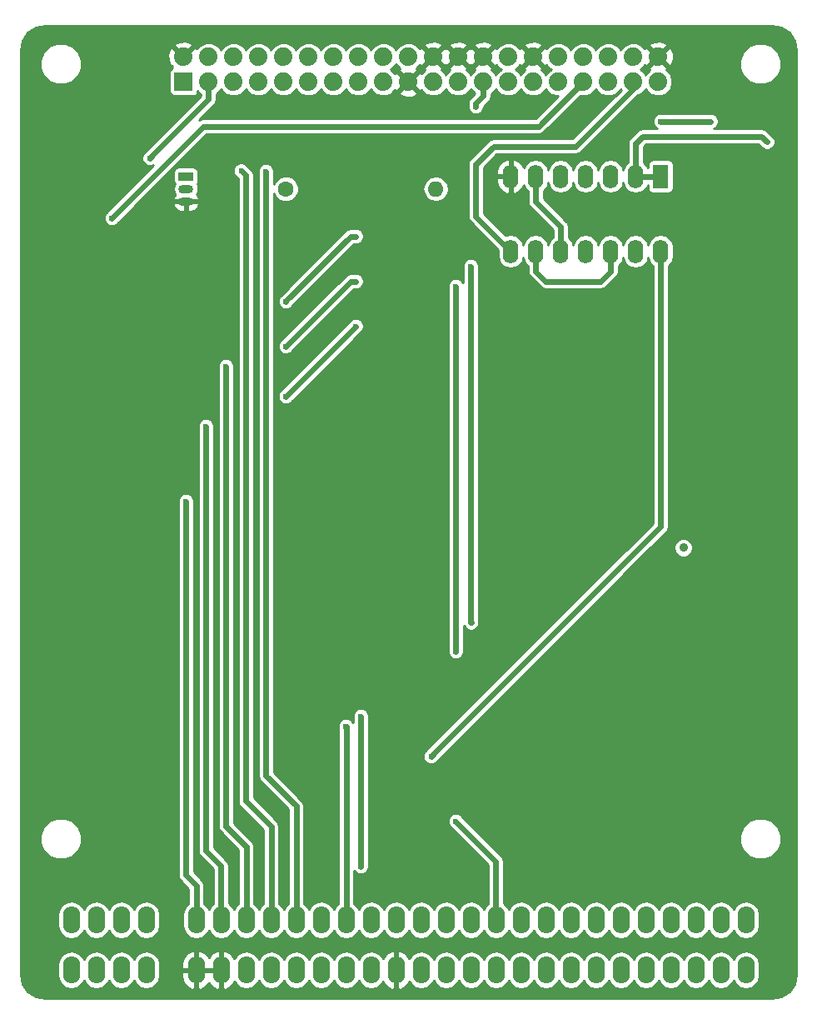
<source format=gtl>
G04 #@! TF.FileFunction,Copper,L1,Top,Signal*
%FSLAX46Y46*%
G04 Gerber Fmt 4.6, Leading zero omitted, Abs format (unit mm)*
G04 Created by KiCad (PCBNEW 4.0.5) date 06/12/17 14:20:53*
%MOMM*%
%LPD*%
G01*
G04 APERTURE LIST*
%ADD10C,0.100000*%
%ADD11O,1.727200X2.800000*%
%ADD12R,1.879600X1.879600*%
%ADD13C,1.879600*%
%ADD14O,1.500000X0.900000*%
%ADD15R,1.500000X0.900000*%
%ADD16C,1.600000*%
%ADD17O,1.600000X1.600000*%
%ADD18R,1.600000X2.400000*%
%ADD19O,1.600000X2.400000*%
%ADD20C,0.900000*%
%ADD21C,0.600000*%
%ADD22C,0.600000*%
%ADD23C,0.254000*%
G04 APERTURE END LIST*
D10*
D11*
X176310000Y-136540000D03*
X173770000Y-136540000D03*
X171230000Y-136540000D03*
X168690000Y-136540000D03*
X166150000Y-136540000D03*
X163610000Y-136540000D03*
X161070000Y-136540000D03*
X158530000Y-136540000D03*
X176310000Y-131460000D03*
X173770000Y-131460000D03*
X171230000Y-131460000D03*
X168690000Y-131460000D03*
X166150000Y-131460000D03*
X163610000Y-131460000D03*
X161070000Y-131460000D03*
X158530000Y-131460000D03*
X107730000Y-131460000D03*
X107730000Y-136540000D03*
X110270000Y-131460000D03*
X110270000Y-136540000D03*
X112810000Y-131460000D03*
X112810000Y-136540000D03*
X115350000Y-131460000D03*
X115350000Y-136540000D03*
X120430000Y-131460000D03*
X120430000Y-136540000D03*
X122970000Y-131460000D03*
X122970000Y-136540000D03*
X125510000Y-131460000D03*
X125510000Y-136540000D03*
X128050000Y-131460000D03*
X128050000Y-136540000D03*
X130590000Y-131460000D03*
X130590000Y-136540000D03*
X133130000Y-131460000D03*
X133130000Y-136540000D03*
X135670000Y-131460000D03*
X135670000Y-136540000D03*
X138210000Y-131460000D03*
X138210000Y-136540000D03*
X140750000Y-131460000D03*
X140750000Y-136540000D03*
X143290000Y-131460000D03*
X143290000Y-136540000D03*
X145830000Y-131460000D03*
X145830000Y-136540000D03*
X148370000Y-131460000D03*
X148370000Y-136540000D03*
X150910000Y-131460000D03*
X150910000Y-136540000D03*
X153450000Y-131460000D03*
X153450000Y-136540000D03*
X155990000Y-131460000D03*
X155990000Y-136540000D03*
D12*
X119120000Y-46270000D03*
D13*
X119120000Y-43730000D03*
X121660000Y-46270000D03*
X121660000Y-43730000D03*
X124200000Y-46270000D03*
X124200000Y-43730000D03*
X126740000Y-46270000D03*
X126740000Y-43730000D03*
X129280000Y-46270000D03*
X129280000Y-43730000D03*
X131820000Y-46270000D03*
X131820000Y-43730000D03*
X134360000Y-46270000D03*
X134360000Y-43730000D03*
X136900000Y-46270000D03*
X136900000Y-43730000D03*
X139440000Y-46270000D03*
X139440000Y-43730000D03*
X141980000Y-46270000D03*
X141980000Y-43730000D03*
X144520000Y-46270000D03*
X144520000Y-43730000D03*
X147060000Y-46270000D03*
X147060000Y-43730000D03*
X149600000Y-46270000D03*
X149600000Y-43730000D03*
X152140000Y-46270000D03*
X152140000Y-43730000D03*
X154680000Y-46270000D03*
X154680000Y-43730000D03*
X157220000Y-46270000D03*
X157220000Y-43730000D03*
X159760000Y-46270000D03*
X159760000Y-43730000D03*
X162300000Y-46270000D03*
X162300000Y-43730000D03*
X164840000Y-46270000D03*
X164840000Y-43730000D03*
X167380000Y-46270000D03*
X167380000Y-43730000D03*
D14*
X119380000Y-57150000D03*
X119380000Y-58420000D03*
D15*
X119380000Y-55880000D03*
D16*
X129540000Y-57150000D03*
D17*
X144780000Y-57150000D03*
D18*
X167640000Y-55880000D03*
D19*
X152400000Y-63500000D03*
X165100000Y-55880000D03*
X154940000Y-63500000D03*
X162560000Y-55880000D03*
X157480000Y-63500000D03*
X160020000Y-55880000D03*
X160020000Y-63500000D03*
X157480000Y-55880000D03*
X162560000Y-63500000D03*
X154940000Y-55880000D03*
X165100000Y-63500000D03*
X152400000Y-55880000D03*
X167640000Y-63500000D03*
D20*
X169960000Y-93610000D03*
D21*
X178452780Y-52387500D03*
X172720000Y-50292000D03*
X167640000Y-50292000D03*
X111857790Y-60112909D03*
X115713509Y-54021990D03*
X144296130Y-114819430D03*
X129539724Y-78255598D03*
X119380000Y-88900000D03*
X136652000Y-71120000D03*
X121412000Y-81280000D03*
X129540000Y-73152000D03*
X136652000Y-66548000D03*
X123444000Y-75184000D03*
X129540000Y-68580000D03*
X136652000Y-61976000D03*
X124989590Y-55307230D03*
X127508000Y-55372000D03*
X137160000Y-125984000D03*
X137160000Y-110744000D03*
X135636000Y-111760000D03*
X148365513Y-101211323D03*
X148336000Y-65024000D03*
X146812000Y-121412000D03*
X146812000Y-104140000D03*
X146812000Y-67056000D03*
X148844000Y-48768000D03*
D22*
X165100000Y-55880000D02*
X165100000Y-52547793D01*
X165819093Y-51828700D02*
X177893980Y-51828700D01*
X165100000Y-52547793D02*
X165819093Y-51828700D01*
X177893980Y-51828700D02*
X178452780Y-52387500D01*
X165100000Y-55880000D02*
X167640000Y-55880000D01*
X167640000Y-50292000D02*
X172720000Y-50292000D01*
X112157789Y-59812910D02*
X111857790Y-60112909D01*
X121170699Y-50800000D02*
X112157789Y-59812910D01*
X155230000Y-50800000D02*
X121170699Y-50800000D01*
X159760000Y-46270000D02*
X155230000Y-50800000D01*
X116013508Y-53721991D02*
X115713509Y-54021990D01*
X121660000Y-48075499D02*
X116013508Y-53721991D01*
X121660000Y-46270000D02*
X121660000Y-48075499D01*
X167640000Y-91475560D02*
X144596129Y-114519431D01*
X167640000Y-63500000D02*
X167640000Y-91475560D01*
X144596129Y-114519431D02*
X144296130Y-114819430D01*
X129539724Y-78232276D02*
X129539724Y-78255598D01*
X136652000Y-71120000D02*
X129539724Y-78232276D01*
X119380000Y-88900000D02*
X119380000Y-126899821D01*
X119380000Y-126899821D02*
X120430000Y-127949821D01*
X120430000Y-127949821D02*
X120430000Y-131460000D01*
X136652000Y-66548000D02*
X136160028Y-66548000D01*
X136160028Y-66548000D02*
X129556028Y-73152000D01*
X129556028Y-73152000D02*
X129540000Y-73152000D01*
X121412000Y-81280000D02*
X121412000Y-124442783D01*
X121412000Y-124442783D02*
X122936000Y-125966783D01*
X122936000Y-131426000D02*
X122970000Y-131460000D01*
X122936000Y-125966783D02*
X122936000Y-131426000D01*
X136652000Y-61976000D02*
X136130854Y-61976000D01*
X136130854Y-61976000D02*
X129540000Y-68566854D01*
X129540000Y-68566854D02*
X129540000Y-68580000D01*
X123444000Y-75184000D02*
X123444000Y-121928921D01*
X123444000Y-121928921D02*
X125510000Y-123994921D01*
X125510000Y-123994921D02*
X125510000Y-131460000D01*
X128050000Y-131460000D02*
X128050000Y-121932237D01*
X128050000Y-121932237D02*
X125464570Y-119346807D01*
X125464570Y-119346807D02*
X125464570Y-55782210D01*
X125289589Y-55607229D02*
X124989590Y-55307230D01*
X125464570Y-55782210D02*
X125289589Y-55607229D01*
X127508000Y-55372000D02*
X127518160Y-55382160D01*
X127518160Y-55382160D02*
X127518160Y-116797712D01*
X127518160Y-116797712D02*
X130590000Y-119869552D01*
X130590000Y-119869552D02*
X130590000Y-131460000D01*
X137160000Y-110744000D02*
X137160000Y-125984000D01*
X135670000Y-111794000D02*
X135670000Y-131460000D01*
X135636000Y-111760000D02*
X135670000Y-111794000D01*
X148336000Y-101181810D02*
X148365513Y-101211323D01*
X148336000Y-65024000D02*
X148336000Y-101181810D01*
X149600000Y-46270000D02*
X149600000Y-47719998D01*
X150876000Y-125476000D02*
X150876000Y-131426000D01*
X146812000Y-121412000D02*
X150876000Y-125476000D01*
X146812000Y-67056000D02*
X146812000Y-104140000D01*
X148844000Y-48475998D02*
X148844000Y-48768000D01*
X149600000Y-47719998D02*
X148844000Y-48475998D01*
X150876000Y-131426000D02*
X150910000Y-131460000D01*
X164840000Y-46270000D02*
X164840000Y-46996000D01*
X164840000Y-46996000D02*
X159004000Y-52832000D01*
X159004000Y-52832000D02*
X150644815Y-52832000D01*
X150644815Y-52832000D02*
X148844000Y-54632815D01*
X148844000Y-54632815D02*
X148844000Y-59944000D01*
X148844000Y-59944000D02*
X152400000Y-63500000D01*
X162560000Y-63500000D02*
X162560000Y-65532000D01*
X154940000Y-65532000D02*
X154940000Y-63500000D01*
X155956000Y-66548000D02*
X154940000Y-65532000D01*
X161544000Y-66548000D02*
X155956000Y-66548000D01*
X162560000Y-65532000D02*
X161544000Y-66548000D01*
X154940000Y-55880000D02*
X154940000Y-58478712D01*
X154940000Y-58478712D02*
X157480000Y-61018712D01*
X157480000Y-61018712D02*
X157480000Y-63500000D01*
D23*
G36*
X179920574Y-40777535D02*
X180700999Y-41298998D01*
X181222465Y-42079425D01*
X181417000Y-43057422D01*
X181417000Y-136942578D01*
X181222465Y-137920575D01*
X180700999Y-138701002D01*
X179920574Y-139222465D01*
X178942579Y-139417000D01*
X105057422Y-139417000D01*
X104079425Y-139222465D01*
X103298998Y-138700999D01*
X102777535Y-137920574D01*
X102583000Y-136942579D01*
X102583000Y-135966220D01*
X106358400Y-135966220D01*
X106358400Y-137113780D01*
X106462807Y-137638669D01*
X106760132Y-138083648D01*
X107205111Y-138380973D01*
X107730000Y-138485380D01*
X108254889Y-138380973D01*
X108699868Y-138083648D01*
X108997193Y-137638669D01*
X109000000Y-137624557D01*
X109002807Y-137638669D01*
X109300132Y-138083648D01*
X109745111Y-138380973D01*
X110270000Y-138485380D01*
X110794889Y-138380973D01*
X111239868Y-138083648D01*
X111537193Y-137638669D01*
X111540000Y-137624557D01*
X111542807Y-137638669D01*
X111840132Y-138083648D01*
X112285111Y-138380973D01*
X112810000Y-138485380D01*
X113334889Y-138380973D01*
X113779868Y-138083648D01*
X114077193Y-137638669D01*
X114080000Y-137624557D01*
X114082807Y-137638669D01*
X114380132Y-138083648D01*
X114825111Y-138380973D01*
X115350000Y-138485380D01*
X115874889Y-138380973D01*
X116319868Y-138083648D01*
X116617193Y-137638669D01*
X116721600Y-137113780D01*
X116721600Y-136667000D01*
X118931400Y-136667000D01*
X118931400Y-137203400D01*
X119094075Y-137767222D01*
X119460132Y-138225873D01*
X119973843Y-138509527D01*
X120070974Y-138531358D01*
X120303000Y-138410217D01*
X120303000Y-136667000D01*
X120557000Y-136667000D01*
X120557000Y-138410217D01*
X120789026Y-138531358D01*
X120886157Y-138509527D01*
X121399868Y-138225873D01*
X121700000Y-137849823D01*
X122000132Y-138225873D01*
X122513843Y-138509527D01*
X122610974Y-138531358D01*
X122843000Y-138410217D01*
X122843000Y-136667000D01*
X120557000Y-136667000D01*
X120303000Y-136667000D01*
X118931400Y-136667000D01*
X116721600Y-136667000D01*
X116721600Y-135966220D01*
X116703774Y-135876600D01*
X118931400Y-135876600D01*
X118931400Y-136413000D01*
X120303000Y-136413000D01*
X120303000Y-134669783D01*
X120557000Y-134669783D01*
X120557000Y-136413000D01*
X122843000Y-136413000D01*
X122843000Y-134669783D01*
X123097000Y-134669783D01*
X123097000Y-136413000D01*
X123117000Y-136413000D01*
X123117000Y-136667000D01*
X123097000Y-136667000D01*
X123097000Y-138410217D01*
X123329026Y-138531358D01*
X123426157Y-138509527D01*
X123939868Y-138225873D01*
X124305925Y-137767222D01*
X124312794Y-137743413D01*
X124540132Y-138083648D01*
X124985111Y-138380973D01*
X125510000Y-138485380D01*
X126034889Y-138380973D01*
X126479868Y-138083648D01*
X126777193Y-137638669D01*
X126780000Y-137624557D01*
X126782807Y-137638669D01*
X127080132Y-138083648D01*
X127525111Y-138380973D01*
X128050000Y-138485380D01*
X128574889Y-138380973D01*
X129019868Y-138083648D01*
X129317193Y-137638669D01*
X129320000Y-137624557D01*
X129322807Y-137638669D01*
X129620132Y-138083648D01*
X130065111Y-138380973D01*
X130590000Y-138485380D01*
X131114889Y-138380973D01*
X131559868Y-138083648D01*
X131857193Y-137638669D01*
X131860000Y-137624557D01*
X131862807Y-137638669D01*
X132160132Y-138083648D01*
X132605111Y-138380973D01*
X133130000Y-138485380D01*
X133654889Y-138380973D01*
X134099868Y-138083648D01*
X134397193Y-137638669D01*
X134400000Y-137624557D01*
X134402807Y-137638669D01*
X134700132Y-138083648D01*
X135145111Y-138380973D01*
X135670000Y-138485380D01*
X136194889Y-138380973D01*
X136639868Y-138083648D01*
X136937193Y-137638669D01*
X136940000Y-137624557D01*
X136942807Y-137638669D01*
X137240132Y-138083648D01*
X137685111Y-138380973D01*
X138210000Y-138485380D01*
X138734889Y-138380973D01*
X139179868Y-138083648D01*
X139407206Y-137743413D01*
X139414075Y-137767222D01*
X139780132Y-138225873D01*
X140293843Y-138509527D01*
X140390974Y-138531358D01*
X140623000Y-138410217D01*
X140623000Y-136667000D01*
X140603000Y-136667000D01*
X140603000Y-136413000D01*
X140623000Y-136413000D01*
X140623000Y-134669783D01*
X140877000Y-134669783D01*
X140877000Y-136413000D01*
X140897000Y-136413000D01*
X140897000Y-136667000D01*
X140877000Y-136667000D01*
X140877000Y-138410217D01*
X141109026Y-138531358D01*
X141206157Y-138509527D01*
X141719868Y-138225873D01*
X142085925Y-137767222D01*
X142092794Y-137743413D01*
X142320132Y-138083648D01*
X142765111Y-138380973D01*
X143290000Y-138485380D01*
X143814889Y-138380973D01*
X144259868Y-138083648D01*
X144557193Y-137638669D01*
X144560000Y-137624557D01*
X144562807Y-137638669D01*
X144860132Y-138083648D01*
X145305111Y-138380973D01*
X145830000Y-138485380D01*
X146354889Y-138380973D01*
X146799868Y-138083648D01*
X147097193Y-137638669D01*
X147100000Y-137624557D01*
X147102807Y-137638669D01*
X147400132Y-138083648D01*
X147845111Y-138380973D01*
X148370000Y-138485380D01*
X148894889Y-138380973D01*
X149339868Y-138083648D01*
X149637193Y-137638669D01*
X149640000Y-137624557D01*
X149642807Y-137638669D01*
X149940132Y-138083648D01*
X150385111Y-138380973D01*
X150910000Y-138485380D01*
X151434889Y-138380973D01*
X151879868Y-138083648D01*
X152177193Y-137638669D01*
X152180000Y-137624557D01*
X152182807Y-137638669D01*
X152480132Y-138083648D01*
X152925111Y-138380973D01*
X153450000Y-138485380D01*
X153974889Y-138380973D01*
X154419868Y-138083648D01*
X154717193Y-137638669D01*
X154720000Y-137624557D01*
X154722807Y-137638669D01*
X155020132Y-138083648D01*
X155465111Y-138380973D01*
X155990000Y-138485380D01*
X156514889Y-138380973D01*
X156959868Y-138083648D01*
X157257193Y-137638669D01*
X157260000Y-137624557D01*
X157262807Y-137638669D01*
X157560132Y-138083648D01*
X158005111Y-138380973D01*
X158530000Y-138485380D01*
X159054889Y-138380973D01*
X159499868Y-138083648D01*
X159797193Y-137638669D01*
X159800000Y-137624557D01*
X159802807Y-137638669D01*
X160100132Y-138083648D01*
X160545111Y-138380973D01*
X161070000Y-138485380D01*
X161594889Y-138380973D01*
X162039868Y-138083648D01*
X162337193Y-137638669D01*
X162340000Y-137624557D01*
X162342807Y-137638669D01*
X162640132Y-138083648D01*
X163085111Y-138380973D01*
X163610000Y-138485380D01*
X164134889Y-138380973D01*
X164579868Y-138083648D01*
X164877193Y-137638669D01*
X164880000Y-137624557D01*
X164882807Y-137638669D01*
X165180132Y-138083648D01*
X165625111Y-138380973D01*
X166150000Y-138485380D01*
X166674889Y-138380973D01*
X167119868Y-138083648D01*
X167417193Y-137638669D01*
X167420000Y-137624557D01*
X167422807Y-137638669D01*
X167720132Y-138083648D01*
X168165111Y-138380973D01*
X168690000Y-138485380D01*
X169214889Y-138380973D01*
X169659868Y-138083648D01*
X169957193Y-137638669D01*
X169960000Y-137624557D01*
X169962807Y-137638669D01*
X170260132Y-138083648D01*
X170705111Y-138380973D01*
X171230000Y-138485380D01*
X171754889Y-138380973D01*
X172199868Y-138083648D01*
X172497193Y-137638669D01*
X172500000Y-137624557D01*
X172502807Y-137638669D01*
X172800132Y-138083648D01*
X173245111Y-138380973D01*
X173770000Y-138485380D01*
X174294889Y-138380973D01*
X174739868Y-138083648D01*
X175037193Y-137638669D01*
X175040000Y-137624557D01*
X175042807Y-137638669D01*
X175340132Y-138083648D01*
X175785111Y-138380973D01*
X176310000Y-138485380D01*
X176834889Y-138380973D01*
X177279868Y-138083648D01*
X177577193Y-137638669D01*
X177681600Y-137113780D01*
X177681600Y-135966220D01*
X177577193Y-135441331D01*
X177279868Y-134996352D01*
X176834889Y-134699027D01*
X176310000Y-134594620D01*
X175785111Y-134699027D01*
X175340132Y-134996352D01*
X175042807Y-135441331D01*
X175040000Y-135455443D01*
X175037193Y-135441331D01*
X174739868Y-134996352D01*
X174294889Y-134699027D01*
X173770000Y-134594620D01*
X173245111Y-134699027D01*
X172800132Y-134996352D01*
X172502807Y-135441331D01*
X172500000Y-135455443D01*
X172497193Y-135441331D01*
X172199868Y-134996352D01*
X171754889Y-134699027D01*
X171230000Y-134594620D01*
X170705111Y-134699027D01*
X170260132Y-134996352D01*
X169962807Y-135441331D01*
X169960000Y-135455443D01*
X169957193Y-135441331D01*
X169659868Y-134996352D01*
X169214889Y-134699027D01*
X168690000Y-134594620D01*
X168165111Y-134699027D01*
X167720132Y-134996352D01*
X167422807Y-135441331D01*
X167420000Y-135455443D01*
X167417193Y-135441331D01*
X167119868Y-134996352D01*
X166674889Y-134699027D01*
X166150000Y-134594620D01*
X165625111Y-134699027D01*
X165180132Y-134996352D01*
X164882807Y-135441331D01*
X164880000Y-135455443D01*
X164877193Y-135441331D01*
X164579868Y-134996352D01*
X164134889Y-134699027D01*
X163610000Y-134594620D01*
X163085111Y-134699027D01*
X162640132Y-134996352D01*
X162342807Y-135441331D01*
X162340000Y-135455443D01*
X162337193Y-135441331D01*
X162039868Y-134996352D01*
X161594889Y-134699027D01*
X161070000Y-134594620D01*
X160545111Y-134699027D01*
X160100132Y-134996352D01*
X159802807Y-135441331D01*
X159800000Y-135455443D01*
X159797193Y-135441331D01*
X159499868Y-134996352D01*
X159054889Y-134699027D01*
X158530000Y-134594620D01*
X158005111Y-134699027D01*
X157560132Y-134996352D01*
X157262807Y-135441331D01*
X157260000Y-135455443D01*
X157257193Y-135441331D01*
X156959868Y-134996352D01*
X156514889Y-134699027D01*
X155990000Y-134594620D01*
X155465111Y-134699027D01*
X155020132Y-134996352D01*
X154722807Y-135441331D01*
X154720000Y-135455443D01*
X154717193Y-135441331D01*
X154419868Y-134996352D01*
X153974889Y-134699027D01*
X153450000Y-134594620D01*
X152925111Y-134699027D01*
X152480132Y-134996352D01*
X152182807Y-135441331D01*
X152180000Y-135455443D01*
X152177193Y-135441331D01*
X151879868Y-134996352D01*
X151434889Y-134699027D01*
X150910000Y-134594620D01*
X150385111Y-134699027D01*
X149940132Y-134996352D01*
X149642807Y-135441331D01*
X149640000Y-135455443D01*
X149637193Y-135441331D01*
X149339868Y-134996352D01*
X148894889Y-134699027D01*
X148370000Y-134594620D01*
X147845111Y-134699027D01*
X147400132Y-134996352D01*
X147102807Y-135441331D01*
X147100000Y-135455443D01*
X147097193Y-135441331D01*
X146799868Y-134996352D01*
X146354889Y-134699027D01*
X145830000Y-134594620D01*
X145305111Y-134699027D01*
X144860132Y-134996352D01*
X144562807Y-135441331D01*
X144560000Y-135455443D01*
X144557193Y-135441331D01*
X144259868Y-134996352D01*
X143814889Y-134699027D01*
X143290000Y-134594620D01*
X142765111Y-134699027D01*
X142320132Y-134996352D01*
X142092794Y-135336587D01*
X142085925Y-135312778D01*
X141719868Y-134854127D01*
X141206157Y-134570473D01*
X141109026Y-134548642D01*
X140877000Y-134669783D01*
X140623000Y-134669783D01*
X140390974Y-134548642D01*
X140293843Y-134570473D01*
X139780132Y-134854127D01*
X139414075Y-135312778D01*
X139407206Y-135336587D01*
X139179868Y-134996352D01*
X138734889Y-134699027D01*
X138210000Y-134594620D01*
X137685111Y-134699027D01*
X137240132Y-134996352D01*
X136942807Y-135441331D01*
X136940000Y-135455443D01*
X136937193Y-135441331D01*
X136639868Y-134996352D01*
X136194889Y-134699027D01*
X135670000Y-134594620D01*
X135145111Y-134699027D01*
X134700132Y-134996352D01*
X134402807Y-135441331D01*
X134400000Y-135455443D01*
X134397193Y-135441331D01*
X134099868Y-134996352D01*
X133654889Y-134699027D01*
X133130000Y-134594620D01*
X132605111Y-134699027D01*
X132160132Y-134996352D01*
X131862807Y-135441331D01*
X131860000Y-135455443D01*
X131857193Y-135441331D01*
X131559868Y-134996352D01*
X131114889Y-134699027D01*
X130590000Y-134594620D01*
X130065111Y-134699027D01*
X129620132Y-134996352D01*
X129322807Y-135441331D01*
X129320000Y-135455443D01*
X129317193Y-135441331D01*
X129019868Y-134996352D01*
X128574889Y-134699027D01*
X128050000Y-134594620D01*
X127525111Y-134699027D01*
X127080132Y-134996352D01*
X126782807Y-135441331D01*
X126780000Y-135455443D01*
X126777193Y-135441331D01*
X126479868Y-134996352D01*
X126034889Y-134699027D01*
X125510000Y-134594620D01*
X124985111Y-134699027D01*
X124540132Y-134996352D01*
X124312794Y-135336587D01*
X124305925Y-135312778D01*
X123939868Y-134854127D01*
X123426157Y-134570473D01*
X123329026Y-134548642D01*
X123097000Y-134669783D01*
X122843000Y-134669783D01*
X122610974Y-134548642D01*
X122513843Y-134570473D01*
X122000132Y-134854127D01*
X121700000Y-135230177D01*
X121399868Y-134854127D01*
X120886157Y-134570473D01*
X120789026Y-134548642D01*
X120557000Y-134669783D01*
X120303000Y-134669783D01*
X120070974Y-134548642D01*
X119973843Y-134570473D01*
X119460132Y-134854127D01*
X119094075Y-135312778D01*
X118931400Y-135876600D01*
X116703774Y-135876600D01*
X116617193Y-135441331D01*
X116319868Y-134996352D01*
X115874889Y-134699027D01*
X115350000Y-134594620D01*
X114825111Y-134699027D01*
X114380132Y-134996352D01*
X114082807Y-135441331D01*
X114080000Y-135455443D01*
X114077193Y-135441331D01*
X113779868Y-134996352D01*
X113334889Y-134699027D01*
X112810000Y-134594620D01*
X112285111Y-134699027D01*
X111840132Y-134996352D01*
X111542807Y-135441331D01*
X111540000Y-135455443D01*
X111537193Y-135441331D01*
X111239868Y-134996352D01*
X110794889Y-134699027D01*
X110270000Y-134594620D01*
X109745111Y-134699027D01*
X109300132Y-134996352D01*
X109002807Y-135441331D01*
X109000000Y-135455443D01*
X108997193Y-135441331D01*
X108699868Y-134996352D01*
X108254889Y-134699027D01*
X107730000Y-134594620D01*
X107205111Y-134699027D01*
X106760132Y-134996352D01*
X106462807Y-135441331D01*
X106358400Y-135966220D01*
X102583000Y-135966220D01*
X102583000Y-130886220D01*
X106358400Y-130886220D01*
X106358400Y-132033780D01*
X106462807Y-132558669D01*
X106760132Y-133003648D01*
X107205111Y-133300973D01*
X107730000Y-133405380D01*
X108254889Y-133300973D01*
X108699868Y-133003648D01*
X108997193Y-132558669D01*
X109000000Y-132544557D01*
X109002807Y-132558669D01*
X109300132Y-133003648D01*
X109745111Y-133300973D01*
X110270000Y-133405380D01*
X110794889Y-133300973D01*
X111239868Y-133003648D01*
X111537193Y-132558669D01*
X111540000Y-132544557D01*
X111542807Y-132558669D01*
X111840132Y-133003648D01*
X112285111Y-133300973D01*
X112810000Y-133405380D01*
X113334889Y-133300973D01*
X113779868Y-133003648D01*
X114077193Y-132558669D01*
X114080000Y-132544557D01*
X114082807Y-132558669D01*
X114380132Y-133003648D01*
X114825111Y-133300973D01*
X115350000Y-133405380D01*
X115874889Y-133300973D01*
X116319868Y-133003648D01*
X116617193Y-132558669D01*
X116721600Y-132033780D01*
X116721600Y-130886220D01*
X116617193Y-130361331D01*
X116319868Y-129916352D01*
X115874889Y-129619027D01*
X115350000Y-129514620D01*
X114825111Y-129619027D01*
X114380132Y-129916352D01*
X114082807Y-130361331D01*
X114080000Y-130375443D01*
X114077193Y-130361331D01*
X113779868Y-129916352D01*
X113334889Y-129619027D01*
X112810000Y-129514620D01*
X112285111Y-129619027D01*
X111840132Y-129916352D01*
X111542807Y-130361331D01*
X111540000Y-130375443D01*
X111537193Y-130361331D01*
X111239868Y-129916352D01*
X110794889Y-129619027D01*
X110270000Y-129514620D01*
X109745111Y-129619027D01*
X109300132Y-129916352D01*
X109002807Y-130361331D01*
X109000000Y-130375443D01*
X108997193Y-130361331D01*
X108699868Y-129916352D01*
X108254889Y-129619027D01*
X107730000Y-129514620D01*
X107205111Y-129619027D01*
X106760132Y-129916352D01*
X106462807Y-130361331D01*
X106358400Y-130886220D01*
X102583000Y-130886220D01*
X102583000Y-123607468D01*
X104571635Y-123607468D01*
X104891883Y-124382526D01*
X105484355Y-124976033D01*
X106258853Y-125297633D01*
X107097468Y-125298365D01*
X107872526Y-124978117D01*
X108466033Y-124385645D01*
X108787633Y-123611147D01*
X108788365Y-122772532D01*
X108468117Y-121997474D01*
X107875645Y-121403967D01*
X107101147Y-121082367D01*
X106262532Y-121081635D01*
X105487474Y-121401883D01*
X104893967Y-121994355D01*
X104572367Y-122768853D01*
X104571635Y-123607468D01*
X102583000Y-123607468D01*
X102583000Y-89060016D01*
X118571860Y-89060016D01*
X118572000Y-89060355D01*
X118572000Y-126899821D01*
X118633505Y-127209030D01*
X118808658Y-127471163D01*
X119622000Y-128284505D01*
X119622000Y-129808195D01*
X119460132Y-129916352D01*
X119162807Y-130361331D01*
X119058400Y-130886220D01*
X119058400Y-132033780D01*
X119162807Y-132558669D01*
X119460132Y-133003648D01*
X119905111Y-133300973D01*
X120430000Y-133405380D01*
X120954889Y-133300973D01*
X121399868Y-133003648D01*
X121697193Y-132558669D01*
X121700000Y-132544557D01*
X121702807Y-132558669D01*
X122000132Y-133003648D01*
X122445111Y-133300973D01*
X122970000Y-133405380D01*
X123494889Y-133300973D01*
X123939868Y-133003648D01*
X124237193Y-132558669D01*
X124240000Y-132544557D01*
X124242807Y-132558669D01*
X124540132Y-133003648D01*
X124985111Y-133300973D01*
X125510000Y-133405380D01*
X126034889Y-133300973D01*
X126479868Y-133003648D01*
X126777193Y-132558669D01*
X126780000Y-132544557D01*
X126782807Y-132558669D01*
X127080132Y-133003648D01*
X127525111Y-133300973D01*
X128050000Y-133405380D01*
X128574889Y-133300973D01*
X129019868Y-133003648D01*
X129317193Y-132558669D01*
X129320000Y-132544557D01*
X129322807Y-132558669D01*
X129620132Y-133003648D01*
X130065111Y-133300973D01*
X130590000Y-133405380D01*
X131114889Y-133300973D01*
X131559868Y-133003648D01*
X131857193Y-132558669D01*
X131860000Y-132544557D01*
X131862807Y-132558669D01*
X132160132Y-133003648D01*
X132605111Y-133300973D01*
X133130000Y-133405380D01*
X133654889Y-133300973D01*
X134099868Y-133003648D01*
X134397193Y-132558669D01*
X134400000Y-132544557D01*
X134402807Y-132558669D01*
X134700132Y-133003648D01*
X135145111Y-133300973D01*
X135670000Y-133405380D01*
X136194889Y-133300973D01*
X136639868Y-133003648D01*
X136937193Y-132558669D01*
X136940000Y-132544557D01*
X136942807Y-132558669D01*
X137240132Y-133003648D01*
X137685111Y-133300973D01*
X138210000Y-133405380D01*
X138734889Y-133300973D01*
X139179868Y-133003648D01*
X139477193Y-132558669D01*
X139480000Y-132544557D01*
X139482807Y-132558669D01*
X139780132Y-133003648D01*
X140225111Y-133300973D01*
X140750000Y-133405380D01*
X141274889Y-133300973D01*
X141719868Y-133003648D01*
X142017193Y-132558669D01*
X142020000Y-132544557D01*
X142022807Y-132558669D01*
X142320132Y-133003648D01*
X142765111Y-133300973D01*
X143290000Y-133405380D01*
X143814889Y-133300973D01*
X144259868Y-133003648D01*
X144557193Y-132558669D01*
X144560000Y-132544557D01*
X144562807Y-132558669D01*
X144860132Y-133003648D01*
X145305111Y-133300973D01*
X145830000Y-133405380D01*
X146354889Y-133300973D01*
X146799868Y-133003648D01*
X147097193Y-132558669D01*
X147100000Y-132544557D01*
X147102807Y-132558669D01*
X147400132Y-133003648D01*
X147845111Y-133300973D01*
X148370000Y-133405380D01*
X148894889Y-133300973D01*
X149339868Y-133003648D01*
X149637193Y-132558669D01*
X149640000Y-132544557D01*
X149642807Y-132558669D01*
X149940132Y-133003648D01*
X150385111Y-133300973D01*
X150910000Y-133405380D01*
X151434889Y-133300973D01*
X151879868Y-133003648D01*
X152177193Y-132558669D01*
X152180000Y-132544557D01*
X152182807Y-132558669D01*
X152480132Y-133003648D01*
X152925111Y-133300973D01*
X153450000Y-133405380D01*
X153974889Y-133300973D01*
X154419868Y-133003648D01*
X154717193Y-132558669D01*
X154720000Y-132544557D01*
X154722807Y-132558669D01*
X155020132Y-133003648D01*
X155465111Y-133300973D01*
X155990000Y-133405380D01*
X156514889Y-133300973D01*
X156959868Y-133003648D01*
X157257193Y-132558669D01*
X157260000Y-132544557D01*
X157262807Y-132558669D01*
X157560132Y-133003648D01*
X158005111Y-133300973D01*
X158530000Y-133405380D01*
X159054889Y-133300973D01*
X159499868Y-133003648D01*
X159797193Y-132558669D01*
X159800000Y-132544557D01*
X159802807Y-132558669D01*
X160100132Y-133003648D01*
X160545111Y-133300973D01*
X161070000Y-133405380D01*
X161594889Y-133300973D01*
X162039868Y-133003648D01*
X162337193Y-132558669D01*
X162340000Y-132544557D01*
X162342807Y-132558669D01*
X162640132Y-133003648D01*
X163085111Y-133300973D01*
X163610000Y-133405380D01*
X164134889Y-133300973D01*
X164579868Y-133003648D01*
X164877193Y-132558669D01*
X164880000Y-132544557D01*
X164882807Y-132558669D01*
X165180132Y-133003648D01*
X165625111Y-133300973D01*
X166150000Y-133405380D01*
X166674889Y-133300973D01*
X167119868Y-133003648D01*
X167417193Y-132558669D01*
X167420000Y-132544557D01*
X167422807Y-132558669D01*
X167720132Y-133003648D01*
X168165111Y-133300973D01*
X168690000Y-133405380D01*
X169214889Y-133300973D01*
X169659868Y-133003648D01*
X169957193Y-132558669D01*
X169960000Y-132544557D01*
X169962807Y-132558669D01*
X170260132Y-133003648D01*
X170705111Y-133300973D01*
X171230000Y-133405380D01*
X171754889Y-133300973D01*
X172199868Y-133003648D01*
X172497193Y-132558669D01*
X172500000Y-132544557D01*
X172502807Y-132558669D01*
X172800132Y-133003648D01*
X173245111Y-133300973D01*
X173770000Y-133405380D01*
X174294889Y-133300973D01*
X174739868Y-133003648D01*
X175037193Y-132558669D01*
X175040000Y-132544557D01*
X175042807Y-132558669D01*
X175340132Y-133003648D01*
X175785111Y-133300973D01*
X176310000Y-133405380D01*
X176834889Y-133300973D01*
X177279868Y-133003648D01*
X177577193Y-132558669D01*
X177681600Y-132033780D01*
X177681600Y-130886220D01*
X177577193Y-130361331D01*
X177279868Y-129916352D01*
X176834889Y-129619027D01*
X176310000Y-129514620D01*
X175785111Y-129619027D01*
X175340132Y-129916352D01*
X175042807Y-130361331D01*
X175040000Y-130375443D01*
X175037193Y-130361331D01*
X174739868Y-129916352D01*
X174294889Y-129619027D01*
X173770000Y-129514620D01*
X173245111Y-129619027D01*
X172800132Y-129916352D01*
X172502807Y-130361331D01*
X172500000Y-130375443D01*
X172497193Y-130361331D01*
X172199868Y-129916352D01*
X171754889Y-129619027D01*
X171230000Y-129514620D01*
X170705111Y-129619027D01*
X170260132Y-129916352D01*
X169962807Y-130361331D01*
X169960000Y-130375443D01*
X169957193Y-130361331D01*
X169659868Y-129916352D01*
X169214889Y-129619027D01*
X168690000Y-129514620D01*
X168165111Y-129619027D01*
X167720132Y-129916352D01*
X167422807Y-130361331D01*
X167420000Y-130375443D01*
X167417193Y-130361331D01*
X167119868Y-129916352D01*
X166674889Y-129619027D01*
X166150000Y-129514620D01*
X165625111Y-129619027D01*
X165180132Y-129916352D01*
X164882807Y-130361331D01*
X164880000Y-130375443D01*
X164877193Y-130361331D01*
X164579868Y-129916352D01*
X164134889Y-129619027D01*
X163610000Y-129514620D01*
X163085111Y-129619027D01*
X162640132Y-129916352D01*
X162342807Y-130361331D01*
X162340000Y-130375443D01*
X162337193Y-130361331D01*
X162039868Y-129916352D01*
X161594889Y-129619027D01*
X161070000Y-129514620D01*
X160545111Y-129619027D01*
X160100132Y-129916352D01*
X159802807Y-130361331D01*
X159800000Y-130375443D01*
X159797193Y-130361331D01*
X159499868Y-129916352D01*
X159054889Y-129619027D01*
X158530000Y-129514620D01*
X158005111Y-129619027D01*
X157560132Y-129916352D01*
X157262807Y-130361331D01*
X157260000Y-130375443D01*
X157257193Y-130361331D01*
X156959868Y-129916352D01*
X156514889Y-129619027D01*
X155990000Y-129514620D01*
X155465111Y-129619027D01*
X155020132Y-129916352D01*
X154722807Y-130361331D01*
X154720000Y-130375443D01*
X154717193Y-130361331D01*
X154419868Y-129916352D01*
X153974889Y-129619027D01*
X153450000Y-129514620D01*
X152925111Y-129619027D01*
X152480132Y-129916352D01*
X152182807Y-130361331D01*
X152180000Y-130375443D01*
X152177193Y-130361331D01*
X151879868Y-129916352D01*
X151684000Y-129785477D01*
X151684000Y-125476000D01*
X151626968Y-125189278D01*
X151622495Y-125166791D01*
X151447342Y-124904658D01*
X150150152Y-123607468D01*
X175691635Y-123607468D01*
X176011883Y-124382526D01*
X176604355Y-124976033D01*
X177378853Y-125297633D01*
X178217468Y-125298365D01*
X178992526Y-124978117D01*
X179586033Y-124385645D01*
X179907633Y-123611147D01*
X179908365Y-122772532D01*
X179588117Y-121997474D01*
X178995645Y-121403967D01*
X178221147Y-121082367D01*
X177382532Y-121081635D01*
X176607474Y-121401883D01*
X176013967Y-121994355D01*
X175692367Y-122768853D01*
X175691635Y-123607468D01*
X150150152Y-123607468D01*
X147384127Y-120841443D01*
X147270293Y-120727410D01*
X146973426Y-120604140D01*
X146651984Y-120603860D01*
X146354903Y-120726611D01*
X146127410Y-120953707D01*
X146004140Y-121250574D01*
X146003860Y-121572016D01*
X146126611Y-121869097D01*
X146353707Y-122096590D01*
X146354047Y-122096731D01*
X150068000Y-125810684D01*
X150068000Y-129830913D01*
X149940132Y-129916352D01*
X149642807Y-130361331D01*
X149640000Y-130375443D01*
X149637193Y-130361331D01*
X149339868Y-129916352D01*
X148894889Y-129619027D01*
X148370000Y-129514620D01*
X147845111Y-129619027D01*
X147400132Y-129916352D01*
X147102807Y-130361331D01*
X147100000Y-130375443D01*
X147097193Y-130361331D01*
X146799868Y-129916352D01*
X146354889Y-129619027D01*
X145830000Y-129514620D01*
X145305111Y-129619027D01*
X144860132Y-129916352D01*
X144562807Y-130361331D01*
X144560000Y-130375443D01*
X144557193Y-130361331D01*
X144259868Y-129916352D01*
X143814889Y-129619027D01*
X143290000Y-129514620D01*
X142765111Y-129619027D01*
X142320132Y-129916352D01*
X142022807Y-130361331D01*
X142020000Y-130375443D01*
X142017193Y-130361331D01*
X141719868Y-129916352D01*
X141274889Y-129619027D01*
X140750000Y-129514620D01*
X140225111Y-129619027D01*
X139780132Y-129916352D01*
X139482807Y-130361331D01*
X139480000Y-130375443D01*
X139477193Y-130361331D01*
X139179868Y-129916352D01*
X138734889Y-129619027D01*
X138210000Y-129514620D01*
X137685111Y-129619027D01*
X137240132Y-129916352D01*
X136942807Y-130361331D01*
X136940000Y-130375443D01*
X136937193Y-130361331D01*
X136639868Y-129916352D01*
X136478000Y-129808195D01*
X136478000Y-126444492D01*
X136701707Y-126668590D01*
X136998574Y-126791860D01*
X137320016Y-126792140D01*
X137617097Y-126669389D01*
X137844590Y-126442293D01*
X137967860Y-126145426D01*
X137968140Y-125823984D01*
X137968000Y-125823645D01*
X137968000Y-110744705D01*
X137968140Y-110583984D01*
X137845389Y-110286903D01*
X137618293Y-110059410D01*
X137321426Y-109936140D01*
X136999984Y-109935860D01*
X136702903Y-110058611D01*
X136475410Y-110285707D01*
X136352140Y-110582574D01*
X136351860Y-110904016D01*
X136352000Y-110904355D01*
X136352000Y-111376988D01*
X136321389Y-111302903D01*
X136241459Y-111222834D01*
X136241342Y-111222658D01*
X136208127Y-111189443D01*
X136094293Y-111075410D01*
X135797426Y-110952140D01*
X135475984Y-110951860D01*
X135178903Y-111074611D01*
X134951410Y-111301707D01*
X134828140Y-111598574D01*
X134827860Y-111920016D01*
X134862000Y-112002641D01*
X134862000Y-129808195D01*
X134700132Y-129916352D01*
X134402807Y-130361331D01*
X134400000Y-130375443D01*
X134397193Y-130361331D01*
X134099868Y-129916352D01*
X133654889Y-129619027D01*
X133130000Y-129514620D01*
X132605111Y-129619027D01*
X132160132Y-129916352D01*
X131862807Y-130361331D01*
X131860000Y-130375443D01*
X131857193Y-130361331D01*
X131559868Y-129916352D01*
X131398000Y-129808195D01*
X131398000Y-119869552D01*
X131336495Y-119560344D01*
X131161342Y-119298210D01*
X128326160Y-116463028D01*
X128326160Y-78415614D01*
X128731584Y-78415614D01*
X128854335Y-78712695D01*
X129081431Y-78940188D01*
X129378298Y-79063458D01*
X129699740Y-79063738D01*
X129996821Y-78940987D01*
X130224314Y-78713891D01*
X130241016Y-78673668D01*
X137222557Y-71692127D01*
X137336590Y-71578293D01*
X137459860Y-71281426D01*
X137460140Y-70959984D01*
X137337389Y-70662903D01*
X137110293Y-70435410D01*
X136813426Y-70312140D01*
X136491984Y-70311860D01*
X136194903Y-70434611D01*
X135967410Y-70661707D01*
X135967269Y-70662047D01*
X128968382Y-77660934D01*
X128921585Y-77730970D01*
X128855134Y-77797305D01*
X128818810Y-77884782D01*
X128793229Y-77923067D01*
X128793229Y-77923068D01*
X128784325Y-77967832D01*
X128731864Y-78094172D01*
X128731744Y-78232177D01*
X128731724Y-78232276D01*
X128731724Y-78254893D01*
X128731584Y-78415614D01*
X128326160Y-78415614D01*
X128326160Y-73312016D01*
X128731860Y-73312016D01*
X128854611Y-73609097D01*
X129081707Y-73836590D01*
X129378574Y-73959860D01*
X129700016Y-73960140D01*
X129834330Y-73904643D01*
X129865237Y-73898495D01*
X129891209Y-73881141D01*
X129997097Y-73837389D01*
X130078900Y-73755729D01*
X130127370Y-73723342D01*
X136494713Y-67356000D01*
X136651295Y-67356000D01*
X136812016Y-67356140D01*
X137109097Y-67233389D01*
X137126500Y-67216016D01*
X146003860Y-67216016D01*
X146004000Y-67216355D01*
X146004000Y-104139295D01*
X146003860Y-104300016D01*
X146126611Y-104597097D01*
X146353707Y-104824590D01*
X146650574Y-104947860D01*
X146972016Y-104948140D01*
X147269097Y-104825389D01*
X147496590Y-104598293D01*
X147619860Y-104301426D01*
X147620140Y-103979984D01*
X147620000Y-103979645D01*
X147620000Y-101536658D01*
X147634887Y-101558937D01*
X147680124Y-101668420D01*
X147764557Y-101753000D01*
X147764658Y-101753152D01*
X147793954Y-101782449D01*
X147907220Y-101895913D01*
X148204087Y-102019183D01*
X148525529Y-102019463D01*
X148822610Y-101896712D01*
X148936854Y-101782667D01*
X148936856Y-101782666D01*
X148936857Y-101782664D01*
X149050103Y-101669616D01*
X149173373Y-101372749D01*
X149173653Y-101051307D01*
X149144000Y-100979541D01*
X149144000Y-65024705D01*
X149144140Y-64863984D01*
X149021389Y-64566903D01*
X148794293Y-64339410D01*
X148497426Y-64216140D01*
X148175984Y-64215860D01*
X147878903Y-64338611D01*
X147651410Y-64565707D01*
X147528140Y-64862574D01*
X147527860Y-65184016D01*
X147528000Y-65184355D01*
X147528000Y-66672988D01*
X147497389Y-66598903D01*
X147270293Y-66371410D01*
X146973426Y-66248140D01*
X146651984Y-66247860D01*
X146354903Y-66370611D01*
X146127410Y-66597707D01*
X146004140Y-66894574D01*
X146003860Y-67216016D01*
X137126500Y-67216016D01*
X137336590Y-67006293D01*
X137459860Y-66709426D01*
X137460140Y-66387984D01*
X137337389Y-66090903D01*
X137110293Y-65863410D01*
X136813426Y-65740140D01*
X136491984Y-65739860D01*
X136491645Y-65740000D01*
X136160028Y-65740000D01*
X135850820Y-65801505D01*
X135791399Y-65841209D01*
X135588685Y-65976658D01*
X129109879Y-72455465D01*
X129082903Y-72466611D01*
X128855410Y-72693707D01*
X128732140Y-72990574D01*
X128731860Y-73312016D01*
X128326160Y-73312016D01*
X128326160Y-68740016D01*
X128731860Y-68740016D01*
X128854611Y-69037097D01*
X129081707Y-69264590D01*
X129378574Y-69387860D01*
X129700016Y-69388140D01*
X129997097Y-69265389D01*
X130224590Y-69038293D01*
X130234066Y-69015472D01*
X136465538Y-62784000D01*
X136651295Y-62784000D01*
X136812016Y-62784140D01*
X137109097Y-62661389D01*
X137336590Y-62434293D01*
X137459860Y-62137426D01*
X137460140Y-61815984D01*
X137337389Y-61518903D01*
X137110293Y-61291410D01*
X136813426Y-61168140D01*
X136491984Y-61167860D01*
X136491645Y-61168000D01*
X136130854Y-61168000D01*
X135821645Y-61229505D01*
X135559512Y-61404658D01*
X128968658Y-67995512D01*
X128942281Y-68034987D01*
X128855410Y-68121707D01*
X128807924Y-68236065D01*
X128793505Y-68257645D01*
X128788486Y-68282878D01*
X128732140Y-68418574D01*
X128732011Y-68566799D01*
X128732000Y-68566854D01*
X128732000Y-68579295D01*
X128731860Y-68740016D01*
X128326160Y-68740016D01*
X128326160Y-57637468D01*
X128430485Y-57889954D01*
X128798110Y-58258222D01*
X129278681Y-58457772D01*
X129799036Y-58458226D01*
X130279954Y-58259515D01*
X130648222Y-57891890D01*
X130847772Y-57411319D01*
X130847999Y-57150000D01*
X143446375Y-57150000D01*
X143545941Y-57650550D01*
X143829479Y-58074896D01*
X144253825Y-58358434D01*
X144754375Y-58458000D01*
X144805625Y-58458000D01*
X145306175Y-58358434D01*
X145730521Y-58074896D01*
X146014059Y-57650550D01*
X146113625Y-57150000D01*
X146014059Y-56649450D01*
X145730521Y-56225104D01*
X145306175Y-55941566D01*
X144805625Y-55842000D01*
X144754375Y-55842000D01*
X144253825Y-55941566D01*
X143829479Y-56225104D01*
X143545941Y-56649450D01*
X143446375Y-57150000D01*
X130847999Y-57150000D01*
X130848226Y-56890964D01*
X130649515Y-56410046D01*
X130281890Y-56041778D01*
X129801319Y-55842228D01*
X129280964Y-55841774D01*
X128800046Y-56040485D01*
X128431778Y-56408110D01*
X128326160Y-56662467D01*
X128326160Y-55382160D01*
X128316036Y-55331263D01*
X128316140Y-55211984D01*
X128270189Y-55100774D01*
X128264655Y-55072952D01*
X128249033Y-55049572D01*
X128193389Y-54914903D01*
X128089537Y-54810870D01*
X128089502Y-54810817D01*
X128080085Y-54801401D01*
X127966293Y-54687410D01*
X127669426Y-54564140D01*
X127347984Y-54563860D01*
X127050903Y-54686611D01*
X126823410Y-54913707D01*
X126700140Y-55210574D01*
X126699860Y-55532016D01*
X126710160Y-55556944D01*
X126710160Y-116797712D01*
X126771665Y-117106921D01*
X126946818Y-117369054D01*
X129782000Y-120204236D01*
X129782000Y-129808195D01*
X129620132Y-129916352D01*
X129322807Y-130361331D01*
X129320000Y-130375443D01*
X129317193Y-130361331D01*
X129019868Y-129916352D01*
X128858000Y-129808195D01*
X128858000Y-121932237D01*
X128796495Y-121623029D01*
X128796495Y-121623028D01*
X128621342Y-121360895D01*
X126272570Y-119012123D01*
X126272570Y-55782210D01*
X126211065Y-55473002D01*
X126148462Y-55379310D01*
X126035913Y-55210868D01*
X125860934Y-55035890D01*
X125860932Y-55035887D01*
X125561716Y-54736672D01*
X125447883Y-54622640D01*
X125151016Y-54499370D01*
X124829574Y-54499090D01*
X124532493Y-54621841D01*
X124305000Y-54848937D01*
X124181730Y-55145804D01*
X124181450Y-55467246D01*
X124304201Y-55764327D01*
X124531297Y-55991820D01*
X124531637Y-55991961D01*
X124656570Y-56116895D01*
X124656570Y-119346807D01*
X124718075Y-119656016D01*
X124893228Y-119918149D01*
X127242000Y-122266921D01*
X127242000Y-129808195D01*
X127080132Y-129916352D01*
X126782807Y-130361331D01*
X126780000Y-130375443D01*
X126777193Y-130361331D01*
X126479868Y-129916352D01*
X126318000Y-129808195D01*
X126318000Y-123994921D01*
X126266699Y-123737013D01*
X126256495Y-123685712D01*
X126081342Y-123423579D01*
X124252000Y-121594237D01*
X124252000Y-75184705D01*
X124252140Y-75023984D01*
X124129389Y-74726903D01*
X123902293Y-74499410D01*
X123605426Y-74376140D01*
X123283984Y-74375860D01*
X122986903Y-74498611D01*
X122759410Y-74725707D01*
X122636140Y-75022574D01*
X122635860Y-75344016D01*
X122636000Y-75344355D01*
X122636000Y-121928921D01*
X122697505Y-122238130D01*
X122872658Y-122500263D01*
X124702000Y-124329605D01*
X124702000Y-129808195D01*
X124540132Y-129916352D01*
X124242807Y-130361331D01*
X124240000Y-130375443D01*
X124237193Y-130361331D01*
X123939868Y-129916352D01*
X123744000Y-129785477D01*
X123744000Y-125966783D01*
X123682495Y-125657575D01*
X123624375Y-125570593D01*
X123507342Y-125395440D01*
X122220000Y-124108099D01*
X122220000Y-81280705D01*
X122220140Y-81119984D01*
X122097389Y-80822903D01*
X121870293Y-80595410D01*
X121573426Y-80472140D01*
X121251984Y-80471860D01*
X120954903Y-80594611D01*
X120727410Y-80821707D01*
X120604140Y-81118574D01*
X120603860Y-81440016D01*
X120604000Y-81440355D01*
X120604000Y-124442783D01*
X120665505Y-124751992D01*
X120840658Y-125014125D01*
X122128000Y-126301468D01*
X122128000Y-129830913D01*
X122000132Y-129916352D01*
X121702807Y-130361331D01*
X121700000Y-130375443D01*
X121697193Y-130361331D01*
X121399868Y-129916352D01*
X121238000Y-129808195D01*
X121238000Y-127949821D01*
X121186699Y-127691913D01*
X121176495Y-127640612D01*
X121001342Y-127378479D01*
X120188000Y-126565137D01*
X120188000Y-88900705D01*
X120188140Y-88739984D01*
X120065389Y-88442903D01*
X119838293Y-88215410D01*
X119541426Y-88092140D01*
X119219984Y-88091860D01*
X118922903Y-88214611D01*
X118695410Y-88441707D01*
X118572140Y-88738574D01*
X118571860Y-89060016D01*
X102583000Y-89060016D01*
X102583000Y-60272925D01*
X111049650Y-60272925D01*
X111172401Y-60570006D01*
X111399497Y-60797499D01*
X111696364Y-60920769D01*
X112017806Y-60921049D01*
X112314887Y-60798298D01*
X112542380Y-60571202D01*
X112542521Y-60570862D01*
X112729132Y-60384252D01*
X112729134Y-60384249D01*
X114399382Y-58714001D01*
X118035592Y-58714001D01*
X118222987Y-59097408D01*
X118547456Y-59373808D01*
X118953000Y-59505000D01*
X119253000Y-59505000D01*
X119253000Y-58547000D01*
X119507000Y-58547000D01*
X119507000Y-59505000D01*
X119807000Y-59505000D01*
X120212544Y-59373808D01*
X120537013Y-59097408D01*
X120724408Y-58714001D01*
X120597502Y-58547000D01*
X119507000Y-58547000D01*
X119253000Y-58547000D01*
X118162498Y-58547000D01*
X118035592Y-58714001D01*
X114399382Y-58714001D01*
X114987384Y-58125999D01*
X118035592Y-58125999D01*
X118162498Y-58293000D01*
X119253000Y-58293000D01*
X119253000Y-58273000D01*
X119507000Y-58273000D01*
X119507000Y-58293000D01*
X120597502Y-58293000D01*
X120724408Y-58125999D01*
X120537013Y-57742592D01*
X120474378Y-57689236D01*
X120589723Y-57516611D01*
X120662646Y-57150000D01*
X120589723Y-56783389D01*
X120513247Y-56668936D01*
X120607145Y-56531512D01*
X120647952Y-56330000D01*
X120647952Y-55430000D01*
X120612530Y-55241747D01*
X120501272Y-55068847D01*
X120331512Y-54952855D01*
X120130000Y-54912048D01*
X118630000Y-54912048D01*
X118441747Y-54947470D01*
X118268847Y-55058728D01*
X118152855Y-55228488D01*
X118112048Y-55430000D01*
X118112048Y-56330000D01*
X118147470Y-56518253D01*
X118245570Y-56670705D01*
X118170277Y-56783389D01*
X118097354Y-57150000D01*
X118170277Y-57516611D01*
X118285622Y-57689236D01*
X118222987Y-57742592D01*
X118035592Y-58125999D01*
X114987384Y-58125999D01*
X121505384Y-51608000D01*
X155230000Y-51608000D01*
X155539209Y-51546495D01*
X155801342Y-51371342D01*
X159459718Y-47712967D01*
X159470751Y-47717548D01*
X160046722Y-47718051D01*
X160579041Y-47498101D01*
X160986669Y-47091184D01*
X161029833Y-46987234D01*
X161071899Y-47089041D01*
X161478816Y-47496669D01*
X162010751Y-47717548D01*
X162586722Y-47718051D01*
X163119041Y-47498101D01*
X163526669Y-47091184D01*
X163569833Y-46987234D01*
X163609670Y-47083645D01*
X158669316Y-52024000D01*
X150644815Y-52024000D01*
X150335606Y-52085505D01*
X150073473Y-52260658D01*
X148272658Y-54061473D01*
X148097505Y-54323606D01*
X148049716Y-54563860D01*
X148036000Y-54632815D01*
X148036000Y-59944000D01*
X148097505Y-60253209D01*
X148272658Y-60515342D01*
X151092000Y-63334685D01*
X151092000Y-63933462D01*
X151191566Y-64434012D01*
X151475104Y-64858358D01*
X151899450Y-65141896D01*
X152400000Y-65241462D01*
X152900550Y-65141896D01*
X153324896Y-64858358D01*
X153608434Y-64434012D01*
X153670000Y-64124500D01*
X153731566Y-64434012D01*
X154015104Y-64858358D01*
X154132000Y-64936465D01*
X154132000Y-65532000D01*
X154193505Y-65841209D01*
X154368658Y-66103342D01*
X155384658Y-67119342D01*
X155646791Y-67294495D01*
X155956000Y-67356000D01*
X161544000Y-67356000D01*
X161853209Y-67294495D01*
X162115342Y-67119342D01*
X163131342Y-66103342D01*
X163306495Y-65841209D01*
X163368000Y-65532000D01*
X163368000Y-64936465D01*
X163484896Y-64858358D01*
X163768434Y-64434012D01*
X163830000Y-64124500D01*
X163891566Y-64434012D01*
X164175104Y-64858358D01*
X164599450Y-65141896D01*
X165100000Y-65241462D01*
X165600550Y-65141896D01*
X166024896Y-64858358D01*
X166308434Y-64434012D01*
X166370000Y-64124500D01*
X166431566Y-64434012D01*
X166715104Y-64858358D01*
X166832000Y-64936465D01*
X166832000Y-91140876D01*
X144024790Y-113948086D01*
X144024787Y-113948088D01*
X143725572Y-114247304D01*
X143611540Y-114361137D01*
X143488270Y-114658004D01*
X143487990Y-114979446D01*
X143610741Y-115276527D01*
X143837837Y-115504020D01*
X144134704Y-115627290D01*
X144456146Y-115627570D01*
X144753227Y-115504819D01*
X144980720Y-115277723D01*
X144980861Y-115277383D01*
X145167472Y-115090773D01*
X145167474Y-115090770D01*
X166458522Y-93799722D01*
X169001834Y-93799722D01*
X169147374Y-94151954D01*
X169416628Y-94421679D01*
X169768606Y-94567833D01*
X170149722Y-94568166D01*
X170501954Y-94422626D01*
X170771679Y-94153372D01*
X170917833Y-93801394D01*
X170918166Y-93420278D01*
X170772626Y-93068046D01*
X170503372Y-92798321D01*
X170151394Y-92652167D01*
X169770278Y-92651834D01*
X169418046Y-92797374D01*
X169148321Y-93066628D01*
X169002167Y-93418606D01*
X169001834Y-93799722D01*
X166458522Y-93799722D01*
X168211342Y-92046902D01*
X168386495Y-91784769D01*
X168448000Y-91475560D01*
X168448000Y-64936465D01*
X168564896Y-64858358D01*
X168848434Y-64434012D01*
X168948000Y-63933462D01*
X168948000Y-63066538D01*
X168848434Y-62565988D01*
X168564896Y-62141642D01*
X168140550Y-61858104D01*
X167640000Y-61758538D01*
X167139450Y-61858104D01*
X166715104Y-62141642D01*
X166431566Y-62565988D01*
X166370000Y-62875500D01*
X166308434Y-62565988D01*
X166024896Y-62141642D01*
X165600550Y-61858104D01*
X165100000Y-61758538D01*
X164599450Y-61858104D01*
X164175104Y-62141642D01*
X163891566Y-62565988D01*
X163830000Y-62875500D01*
X163768434Y-62565988D01*
X163484896Y-62141642D01*
X163060550Y-61858104D01*
X162560000Y-61758538D01*
X162059450Y-61858104D01*
X161635104Y-62141642D01*
X161351566Y-62565988D01*
X161290000Y-62875500D01*
X161228434Y-62565988D01*
X160944896Y-62141642D01*
X160520550Y-61858104D01*
X160020000Y-61758538D01*
X159519450Y-61858104D01*
X159095104Y-62141642D01*
X158811566Y-62565988D01*
X158750000Y-62875500D01*
X158688434Y-62565988D01*
X158404896Y-62141642D01*
X158288000Y-62063535D01*
X158288000Y-61018712D01*
X158226495Y-60709504D01*
X158096760Y-60515342D01*
X158051342Y-60447369D01*
X155748000Y-58144028D01*
X155748000Y-57316465D01*
X155864896Y-57238358D01*
X156148434Y-56814012D01*
X156210000Y-56504500D01*
X156271566Y-56814012D01*
X156555104Y-57238358D01*
X156979450Y-57521896D01*
X157480000Y-57621462D01*
X157980550Y-57521896D01*
X158404896Y-57238358D01*
X158688434Y-56814012D01*
X158750000Y-56504500D01*
X158811566Y-56814012D01*
X159095104Y-57238358D01*
X159519450Y-57521896D01*
X160020000Y-57621462D01*
X160520550Y-57521896D01*
X160944896Y-57238358D01*
X161228434Y-56814012D01*
X161290000Y-56504500D01*
X161351566Y-56814012D01*
X161635104Y-57238358D01*
X162059450Y-57521896D01*
X162560000Y-57621462D01*
X163060550Y-57521896D01*
X163484896Y-57238358D01*
X163768434Y-56814012D01*
X163830000Y-56504500D01*
X163891566Y-56814012D01*
X164175104Y-57238358D01*
X164599450Y-57521896D01*
X165100000Y-57621462D01*
X165600550Y-57521896D01*
X166024896Y-57238358D01*
X166308434Y-56814012D01*
X166322048Y-56745570D01*
X166322048Y-57080000D01*
X166357470Y-57268253D01*
X166468728Y-57441153D01*
X166638488Y-57557145D01*
X166840000Y-57597952D01*
X168440000Y-57597952D01*
X168628253Y-57562530D01*
X168801153Y-57451272D01*
X168917145Y-57281512D01*
X168957952Y-57080000D01*
X168957952Y-54680000D01*
X168922530Y-54491747D01*
X168811272Y-54318847D01*
X168641512Y-54202855D01*
X168440000Y-54162048D01*
X166840000Y-54162048D01*
X166651747Y-54197470D01*
X166478847Y-54308728D01*
X166362855Y-54478488D01*
X166322048Y-54680000D01*
X166322048Y-55014430D01*
X166308434Y-54945988D01*
X166024896Y-54521642D01*
X165908000Y-54443535D01*
X165908000Y-52882477D01*
X166153777Y-52636700D01*
X177559296Y-52636700D01*
X177881225Y-52958630D01*
X177994487Y-53072090D01*
X178291354Y-53195360D01*
X178612796Y-53195640D01*
X178909877Y-53072889D01*
X179024121Y-52958844D01*
X179024123Y-52958843D01*
X179024124Y-52958841D01*
X179137370Y-52845793D01*
X179260640Y-52548926D01*
X179260920Y-52227484D01*
X179138169Y-51930403D01*
X178911073Y-51702910D01*
X178910734Y-51702769D01*
X178465322Y-51257358D01*
X178203189Y-51082205D01*
X177893980Y-51020700D01*
X173072276Y-51020700D01*
X173177097Y-50977389D01*
X173404590Y-50750293D01*
X173527860Y-50453426D01*
X173528140Y-50131984D01*
X173405389Y-49834903D01*
X173178293Y-49607410D01*
X172881426Y-49484140D01*
X172559984Y-49483860D01*
X172559645Y-49484000D01*
X167640705Y-49484000D01*
X167479984Y-49483860D01*
X167182903Y-49606611D01*
X166955410Y-49833707D01*
X166832140Y-50130574D01*
X166831860Y-50452016D01*
X166954611Y-50749097D01*
X167181707Y-50976590D01*
X167287936Y-51020700D01*
X165819093Y-51020700D01*
X165509884Y-51082205D01*
X165247751Y-51257358D01*
X164528658Y-51976451D01*
X164353505Y-52238584D01*
X164353505Y-52238585D01*
X164292000Y-52547793D01*
X164292000Y-54443535D01*
X164175104Y-54521642D01*
X163891566Y-54945988D01*
X163830000Y-55255500D01*
X163768434Y-54945988D01*
X163484896Y-54521642D01*
X163060550Y-54238104D01*
X162560000Y-54138538D01*
X162059450Y-54238104D01*
X161635104Y-54521642D01*
X161351566Y-54945988D01*
X161290000Y-55255500D01*
X161228434Y-54945988D01*
X160944896Y-54521642D01*
X160520550Y-54238104D01*
X160020000Y-54138538D01*
X159519450Y-54238104D01*
X159095104Y-54521642D01*
X158811566Y-54945988D01*
X158750000Y-55255500D01*
X158688434Y-54945988D01*
X158404896Y-54521642D01*
X157980550Y-54238104D01*
X157480000Y-54138538D01*
X156979450Y-54238104D01*
X156555104Y-54521642D01*
X156271566Y-54945988D01*
X156210000Y-55255500D01*
X156148434Y-54945988D01*
X155864896Y-54521642D01*
X155440550Y-54238104D01*
X154940000Y-54138538D01*
X154439450Y-54238104D01*
X154015104Y-54521642D01*
X153731566Y-54945988D01*
X153725235Y-54977818D01*
X153677166Y-54813517D01*
X153324896Y-54375500D01*
X152831819Y-54105633D01*
X152749039Y-54088096D01*
X152527000Y-54210085D01*
X152527000Y-55753000D01*
X152547000Y-55753000D01*
X152547000Y-56007000D01*
X152527000Y-56007000D01*
X152527000Y-57549915D01*
X152749039Y-57671904D01*
X152831819Y-57654367D01*
X153324896Y-57384500D01*
X153677166Y-56946483D01*
X153725235Y-56782182D01*
X153731566Y-56814012D01*
X154015104Y-57238358D01*
X154132000Y-57316465D01*
X154132000Y-58478712D01*
X154193505Y-58787921D01*
X154368658Y-59050054D01*
X156672000Y-61353397D01*
X156672000Y-62063535D01*
X156555104Y-62141642D01*
X156271566Y-62565988D01*
X156210000Y-62875500D01*
X156148434Y-62565988D01*
X155864896Y-62141642D01*
X155440550Y-61858104D01*
X154940000Y-61758538D01*
X154439450Y-61858104D01*
X154015104Y-62141642D01*
X153731566Y-62565988D01*
X153670000Y-62875500D01*
X153608434Y-62565988D01*
X153324896Y-62141642D01*
X152900550Y-61858104D01*
X152400000Y-61758538D01*
X151900567Y-61857882D01*
X149652000Y-59609316D01*
X149652000Y-56007000D01*
X150965000Y-56007000D01*
X150965000Y-56407000D01*
X151122834Y-56946483D01*
X151475104Y-57384500D01*
X151968181Y-57654367D01*
X152050961Y-57671904D01*
X152273000Y-57549915D01*
X152273000Y-56007000D01*
X150965000Y-56007000D01*
X149652000Y-56007000D01*
X149652000Y-55353000D01*
X150965000Y-55353000D01*
X150965000Y-55753000D01*
X152273000Y-55753000D01*
X152273000Y-54210085D01*
X152050961Y-54088096D01*
X151968181Y-54105633D01*
X151475104Y-54375500D01*
X151122834Y-54813517D01*
X150965000Y-55353000D01*
X149652000Y-55353000D01*
X149652000Y-54967499D01*
X150979499Y-53640000D01*
X159004000Y-53640000D01*
X159313209Y-53578495D01*
X159575342Y-53403342D01*
X165354926Y-47623759D01*
X165659041Y-47498101D01*
X166066669Y-47091184D01*
X166109833Y-46987234D01*
X166151899Y-47089041D01*
X166558816Y-47496669D01*
X167090751Y-47717548D01*
X167666722Y-47718051D01*
X168199041Y-47498101D01*
X168606669Y-47091184D01*
X168827548Y-46559249D01*
X168828051Y-45983278D01*
X168608101Y-45450959D01*
X168228274Y-45070468D01*
X168299380Y-44867468D01*
X175691635Y-44867468D01*
X176011883Y-45642526D01*
X176604355Y-46236033D01*
X177378853Y-46557633D01*
X178217468Y-46558365D01*
X178992526Y-46238117D01*
X179586033Y-45645645D01*
X179907633Y-44871147D01*
X179908365Y-44032532D01*
X179588117Y-43257474D01*
X178995645Y-42663967D01*
X178221147Y-42342367D01*
X177382532Y-42341635D01*
X176607474Y-42661883D01*
X176013967Y-43254355D01*
X175692367Y-44028853D01*
X175691635Y-44867468D01*
X168299380Y-44867468D01*
X168309363Y-44838968D01*
X167380000Y-43909605D01*
X166450637Y-44838968D01*
X166531885Y-45070922D01*
X166153331Y-45448816D01*
X166110167Y-45552766D01*
X166068101Y-45450959D01*
X165661184Y-45043331D01*
X165557234Y-45000167D01*
X165659041Y-44958101D01*
X166039532Y-44578274D01*
X166271032Y-44659363D01*
X167200395Y-43730000D01*
X167559605Y-43730000D01*
X168488968Y-44659363D01*
X168749580Y-44568077D01*
X168966045Y-43980167D01*
X168941049Y-43354172D01*
X168749580Y-42891923D01*
X168488968Y-42800637D01*
X167559605Y-43730000D01*
X167200395Y-43730000D01*
X166271032Y-42800637D01*
X166039078Y-42881885D01*
X165778680Y-42621032D01*
X166450637Y-42621032D01*
X167380000Y-43550395D01*
X168309363Y-42621032D01*
X168218077Y-42360420D01*
X167630167Y-42143955D01*
X167004172Y-42168951D01*
X166541923Y-42360420D01*
X166450637Y-42621032D01*
X165778680Y-42621032D01*
X165661184Y-42503331D01*
X165129249Y-42282452D01*
X164553278Y-42281949D01*
X164020959Y-42501899D01*
X163613331Y-42908816D01*
X163570167Y-43012766D01*
X163528101Y-42910959D01*
X163121184Y-42503331D01*
X162589249Y-42282452D01*
X162013278Y-42281949D01*
X161480959Y-42501899D01*
X161073331Y-42908816D01*
X161030167Y-43012766D01*
X160988101Y-42910959D01*
X160581184Y-42503331D01*
X160049249Y-42282452D01*
X159473278Y-42281949D01*
X158940959Y-42501899D01*
X158533331Y-42908816D01*
X158490167Y-43012766D01*
X158448101Y-42910959D01*
X158041184Y-42503331D01*
X157509249Y-42282452D01*
X156933278Y-42281949D01*
X156400959Y-42501899D01*
X156020468Y-42881726D01*
X155788968Y-42800637D01*
X154859605Y-43730000D01*
X155788968Y-44659363D01*
X156020922Y-44578115D01*
X156398816Y-44956669D01*
X156502766Y-44999833D01*
X156400959Y-45041899D01*
X155993331Y-45448816D01*
X155950167Y-45552766D01*
X155908101Y-45450959D01*
X155528274Y-45070468D01*
X155609363Y-44838968D01*
X154680000Y-43909605D01*
X153750637Y-44838968D01*
X153831885Y-45070922D01*
X153453331Y-45448816D01*
X153410167Y-45552766D01*
X153368101Y-45450959D01*
X152961184Y-45043331D01*
X152857234Y-45000167D01*
X152959041Y-44958101D01*
X153339532Y-44578274D01*
X153571032Y-44659363D01*
X154500395Y-43730000D01*
X153571032Y-42800637D01*
X153339078Y-42881885D01*
X153078680Y-42621032D01*
X153750637Y-42621032D01*
X154680000Y-43550395D01*
X155609363Y-42621032D01*
X155518077Y-42360420D01*
X154930167Y-42143955D01*
X154304172Y-42168951D01*
X153841923Y-42360420D01*
X153750637Y-42621032D01*
X153078680Y-42621032D01*
X152961184Y-42503331D01*
X152429249Y-42282452D01*
X151853278Y-42281949D01*
X151320959Y-42501899D01*
X150940468Y-42881726D01*
X150708968Y-42800637D01*
X149779605Y-43730000D01*
X150708968Y-44659363D01*
X150940922Y-44578115D01*
X151318816Y-44956669D01*
X151422766Y-44999833D01*
X151320959Y-45041899D01*
X150913331Y-45448816D01*
X150870167Y-45552766D01*
X150828101Y-45450959D01*
X150448274Y-45070468D01*
X150529363Y-44838968D01*
X149600000Y-43909605D01*
X148670637Y-44838968D01*
X148751885Y-45070922D01*
X148373331Y-45448816D01*
X148330167Y-45552766D01*
X148288101Y-45450959D01*
X147908274Y-45070468D01*
X147989363Y-44838968D01*
X147060000Y-43909605D01*
X146130637Y-44838968D01*
X146211885Y-45070922D01*
X145833331Y-45448816D01*
X145790167Y-45552766D01*
X145748101Y-45450959D01*
X145368274Y-45070468D01*
X145449363Y-44838968D01*
X144520000Y-43909605D01*
X143590637Y-44838968D01*
X143671885Y-45070922D01*
X143320468Y-45421726D01*
X143088968Y-45340637D01*
X142159605Y-46270000D01*
X143088968Y-47199363D01*
X143320922Y-47118115D01*
X143698816Y-47496669D01*
X144230751Y-47717548D01*
X144806722Y-47718051D01*
X145339041Y-47498101D01*
X145746669Y-47091184D01*
X145789833Y-46987234D01*
X145831899Y-47089041D01*
X146238816Y-47496669D01*
X146770751Y-47717548D01*
X147346722Y-47718051D01*
X147879041Y-47498101D01*
X148286669Y-47091184D01*
X148329833Y-46987234D01*
X148371899Y-47089041D01*
X148729773Y-47447540D01*
X148272658Y-47904656D01*
X148097505Y-48166789D01*
X148072730Y-48291341D01*
X148036000Y-48475998D01*
X148036000Y-48767295D01*
X148035860Y-48928016D01*
X148158611Y-49225097D01*
X148385707Y-49452590D01*
X148682574Y-49575860D01*
X149004016Y-49576140D01*
X149301097Y-49453389D01*
X149528590Y-49226293D01*
X149651860Y-48929426D01*
X149651963Y-48810719D01*
X150171342Y-48291341D01*
X150346494Y-48029207D01*
X150346495Y-48029206D01*
X150408000Y-47719998D01*
X150408000Y-47502663D01*
X150419041Y-47498101D01*
X150826669Y-47091184D01*
X150869833Y-46987234D01*
X150911899Y-47089041D01*
X151318816Y-47496669D01*
X151850751Y-47717548D01*
X152426722Y-47718051D01*
X152959041Y-47498101D01*
X153366669Y-47091184D01*
X153409833Y-46987234D01*
X153451899Y-47089041D01*
X153858816Y-47496669D01*
X154390751Y-47717548D01*
X154966722Y-47718051D01*
X155499041Y-47498101D01*
X155906669Y-47091184D01*
X155949833Y-46987234D01*
X155991899Y-47089041D01*
X156398816Y-47496669D01*
X156930751Y-47717548D01*
X157169559Y-47717757D01*
X154895316Y-49992000D01*
X121170699Y-49992000D01*
X120861491Y-50053505D01*
X120750551Y-50127632D01*
X122231343Y-48646841D01*
X122406495Y-48384707D01*
X122468000Y-48075499D01*
X122468000Y-47502663D01*
X122479041Y-47498101D01*
X122886669Y-47091184D01*
X122929833Y-46987234D01*
X122971899Y-47089041D01*
X123378816Y-47496669D01*
X123910751Y-47717548D01*
X124486722Y-47718051D01*
X125019041Y-47498101D01*
X125426669Y-47091184D01*
X125469833Y-46987234D01*
X125511899Y-47089041D01*
X125918816Y-47496669D01*
X126450751Y-47717548D01*
X127026722Y-47718051D01*
X127559041Y-47498101D01*
X127966669Y-47091184D01*
X128009833Y-46987234D01*
X128051899Y-47089041D01*
X128458816Y-47496669D01*
X128990751Y-47717548D01*
X129566722Y-47718051D01*
X130099041Y-47498101D01*
X130506669Y-47091184D01*
X130549833Y-46987234D01*
X130591899Y-47089041D01*
X130998816Y-47496669D01*
X131530751Y-47717548D01*
X132106722Y-47718051D01*
X132639041Y-47498101D01*
X133046669Y-47091184D01*
X133089833Y-46987234D01*
X133131899Y-47089041D01*
X133538816Y-47496669D01*
X134070751Y-47717548D01*
X134646722Y-47718051D01*
X135179041Y-47498101D01*
X135586669Y-47091184D01*
X135629833Y-46987234D01*
X135671899Y-47089041D01*
X136078816Y-47496669D01*
X136610751Y-47717548D01*
X137186722Y-47718051D01*
X137719041Y-47498101D01*
X138126669Y-47091184D01*
X138169833Y-46987234D01*
X138211899Y-47089041D01*
X138618816Y-47496669D01*
X139150751Y-47717548D01*
X139726722Y-47718051D01*
X140259041Y-47498101D01*
X140378382Y-47378968D01*
X141050637Y-47378968D01*
X141141923Y-47639580D01*
X141729833Y-47856045D01*
X142355828Y-47831049D01*
X142818077Y-47639580D01*
X142909363Y-47378968D01*
X141980000Y-46449605D01*
X141050637Y-47378968D01*
X140378382Y-47378968D01*
X140639532Y-47118274D01*
X140871032Y-47199363D01*
X141800395Y-46270000D01*
X140871032Y-45340637D01*
X140639078Y-45421885D01*
X140261184Y-45043331D01*
X140157234Y-45000167D01*
X140259041Y-44958101D01*
X140666669Y-44551184D01*
X140709833Y-44447234D01*
X140751899Y-44549041D01*
X141131726Y-44929532D01*
X141050637Y-45161032D01*
X141980000Y-46090395D01*
X142909363Y-45161032D01*
X142828115Y-44929078D01*
X143179532Y-44578274D01*
X143411032Y-44659363D01*
X144340395Y-43730000D01*
X144699605Y-43730000D01*
X145628968Y-44659363D01*
X145790000Y-44602957D01*
X145951032Y-44659363D01*
X146880395Y-43730000D01*
X147239605Y-43730000D01*
X148168968Y-44659363D01*
X148330000Y-44602957D01*
X148491032Y-44659363D01*
X149420395Y-43730000D01*
X148491032Y-42800637D01*
X148330000Y-42857043D01*
X148168968Y-42800637D01*
X147239605Y-43730000D01*
X146880395Y-43730000D01*
X145951032Y-42800637D01*
X145790000Y-42857043D01*
X145628968Y-42800637D01*
X144699605Y-43730000D01*
X144340395Y-43730000D01*
X143411032Y-42800637D01*
X143179078Y-42881885D01*
X142918680Y-42621032D01*
X143590637Y-42621032D01*
X144520000Y-43550395D01*
X145449363Y-42621032D01*
X146130637Y-42621032D01*
X147060000Y-43550395D01*
X147989363Y-42621032D01*
X148670637Y-42621032D01*
X149600000Y-43550395D01*
X150529363Y-42621032D01*
X150438077Y-42360420D01*
X149850167Y-42143955D01*
X149224172Y-42168951D01*
X148761923Y-42360420D01*
X148670637Y-42621032D01*
X147989363Y-42621032D01*
X147898077Y-42360420D01*
X147310167Y-42143955D01*
X146684172Y-42168951D01*
X146221923Y-42360420D01*
X146130637Y-42621032D01*
X145449363Y-42621032D01*
X145358077Y-42360420D01*
X144770167Y-42143955D01*
X144144172Y-42168951D01*
X143681923Y-42360420D01*
X143590637Y-42621032D01*
X142918680Y-42621032D01*
X142801184Y-42503331D01*
X142269249Y-42282452D01*
X141693278Y-42281949D01*
X141160959Y-42501899D01*
X140753331Y-42908816D01*
X140710167Y-43012766D01*
X140668101Y-42910959D01*
X140261184Y-42503331D01*
X139729249Y-42282452D01*
X139153278Y-42281949D01*
X138620959Y-42501899D01*
X138213331Y-42908816D01*
X138170167Y-43012766D01*
X138128101Y-42910959D01*
X137721184Y-42503331D01*
X137189249Y-42282452D01*
X136613278Y-42281949D01*
X136080959Y-42501899D01*
X135673331Y-42908816D01*
X135630167Y-43012766D01*
X135588101Y-42910959D01*
X135181184Y-42503331D01*
X134649249Y-42282452D01*
X134073278Y-42281949D01*
X133540959Y-42501899D01*
X133133331Y-42908816D01*
X133090167Y-43012766D01*
X133048101Y-42910959D01*
X132641184Y-42503331D01*
X132109249Y-42282452D01*
X131533278Y-42281949D01*
X131000959Y-42501899D01*
X130593331Y-42908816D01*
X130550167Y-43012766D01*
X130508101Y-42910959D01*
X130101184Y-42503331D01*
X129569249Y-42282452D01*
X128993278Y-42281949D01*
X128460959Y-42501899D01*
X128053331Y-42908816D01*
X128010167Y-43012766D01*
X127968101Y-42910959D01*
X127561184Y-42503331D01*
X127029249Y-42282452D01*
X126453278Y-42281949D01*
X125920959Y-42501899D01*
X125513331Y-42908816D01*
X125470167Y-43012766D01*
X125428101Y-42910959D01*
X125021184Y-42503331D01*
X124489249Y-42282452D01*
X123913278Y-42281949D01*
X123380959Y-42501899D01*
X122973331Y-42908816D01*
X122930167Y-43012766D01*
X122888101Y-42910959D01*
X122481184Y-42503331D01*
X121949249Y-42282452D01*
X121373278Y-42281949D01*
X120840959Y-42501899D01*
X120460468Y-42881726D01*
X120228968Y-42800637D01*
X119299605Y-43730000D01*
X119313748Y-43744143D01*
X119134143Y-43923748D01*
X119120000Y-43909605D01*
X119105858Y-43923748D01*
X118926253Y-43744143D01*
X118940395Y-43730000D01*
X118011032Y-42800637D01*
X117750420Y-42891923D01*
X117533955Y-43479833D01*
X117558951Y-44105828D01*
X117750420Y-44568077D01*
X118011030Y-44659362D01*
X117896588Y-44773804D01*
X117978869Y-44856085D01*
X117819047Y-44958928D01*
X117703055Y-45128688D01*
X117662248Y-45330200D01*
X117662248Y-47209800D01*
X117697670Y-47398053D01*
X117808928Y-47570953D01*
X117978688Y-47686945D01*
X118180200Y-47727752D01*
X120059800Y-47727752D01*
X120248053Y-47692330D01*
X120420953Y-47581072D01*
X120536945Y-47411312D01*
X120573484Y-47230874D01*
X120838816Y-47496669D01*
X120852000Y-47502143D01*
X120852000Y-47740814D01*
X115442169Y-53150646D01*
X115442166Y-53150648D01*
X115142951Y-53449864D01*
X115028919Y-53563697D01*
X114905649Y-53860564D01*
X114905369Y-54182006D01*
X115028120Y-54479087D01*
X115255216Y-54706580D01*
X115552083Y-54829850D01*
X115873525Y-54830130D01*
X116085450Y-54742565D01*
X111586450Y-59241565D01*
X111586447Y-59241567D01*
X111287232Y-59540783D01*
X111173200Y-59654616D01*
X111049930Y-59951483D01*
X111049650Y-60272925D01*
X102583000Y-60272925D01*
X102583000Y-44867468D01*
X104571635Y-44867468D01*
X104891883Y-45642526D01*
X105484355Y-46236033D01*
X106258853Y-46557633D01*
X107097468Y-46558365D01*
X107872526Y-46238117D01*
X108466033Y-45645645D01*
X108787633Y-44871147D01*
X108788365Y-44032532D01*
X108468117Y-43257474D01*
X107875645Y-42663967D01*
X107772247Y-42621032D01*
X118190637Y-42621032D01*
X119120000Y-43550395D01*
X120049363Y-42621032D01*
X119958077Y-42360420D01*
X119370167Y-42143955D01*
X118744172Y-42168951D01*
X118281923Y-42360420D01*
X118190637Y-42621032D01*
X107772247Y-42621032D01*
X107101147Y-42342367D01*
X106262532Y-42341635D01*
X105487474Y-42661883D01*
X104893967Y-43254355D01*
X104572367Y-44028853D01*
X104571635Y-44867468D01*
X102583000Y-44867468D01*
X102583000Y-43057421D01*
X102777535Y-42079426D01*
X103298998Y-41299001D01*
X104079425Y-40777535D01*
X105057422Y-40583000D01*
X178942579Y-40583000D01*
X179920574Y-40777535D01*
X179920574Y-40777535D01*
G37*
X179920574Y-40777535D02*
X180700999Y-41298998D01*
X181222465Y-42079425D01*
X181417000Y-43057422D01*
X181417000Y-136942578D01*
X181222465Y-137920575D01*
X180700999Y-138701002D01*
X179920574Y-139222465D01*
X178942579Y-139417000D01*
X105057422Y-139417000D01*
X104079425Y-139222465D01*
X103298998Y-138700999D01*
X102777535Y-137920574D01*
X102583000Y-136942579D01*
X102583000Y-135966220D01*
X106358400Y-135966220D01*
X106358400Y-137113780D01*
X106462807Y-137638669D01*
X106760132Y-138083648D01*
X107205111Y-138380973D01*
X107730000Y-138485380D01*
X108254889Y-138380973D01*
X108699868Y-138083648D01*
X108997193Y-137638669D01*
X109000000Y-137624557D01*
X109002807Y-137638669D01*
X109300132Y-138083648D01*
X109745111Y-138380973D01*
X110270000Y-138485380D01*
X110794889Y-138380973D01*
X111239868Y-138083648D01*
X111537193Y-137638669D01*
X111540000Y-137624557D01*
X111542807Y-137638669D01*
X111840132Y-138083648D01*
X112285111Y-138380973D01*
X112810000Y-138485380D01*
X113334889Y-138380973D01*
X113779868Y-138083648D01*
X114077193Y-137638669D01*
X114080000Y-137624557D01*
X114082807Y-137638669D01*
X114380132Y-138083648D01*
X114825111Y-138380973D01*
X115350000Y-138485380D01*
X115874889Y-138380973D01*
X116319868Y-138083648D01*
X116617193Y-137638669D01*
X116721600Y-137113780D01*
X116721600Y-136667000D01*
X118931400Y-136667000D01*
X118931400Y-137203400D01*
X119094075Y-137767222D01*
X119460132Y-138225873D01*
X119973843Y-138509527D01*
X120070974Y-138531358D01*
X120303000Y-138410217D01*
X120303000Y-136667000D01*
X120557000Y-136667000D01*
X120557000Y-138410217D01*
X120789026Y-138531358D01*
X120886157Y-138509527D01*
X121399868Y-138225873D01*
X121700000Y-137849823D01*
X122000132Y-138225873D01*
X122513843Y-138509527D01*
X122610974Y-138531358D01*
X122843000Y-138410217D01*
X122843000Y-136667000D01*
X120557000Y-136667000D01*
X120303000Y-136667000D01*
X118931400Y-136667000D01*
X116721600Y-136667000D01*
X116721600Y-135966220D01*
X116703774Y-135876600D01*
X118931400Y-135876600D01*
X118931400Y-136413000D01*
X120303000Y-136413000D01*
X120303000Y-134669783D01*
X120557000Y-134669783D01*
X120557000Y-136413000D01*
X122843000Y-136413000D01*
X122843000Y-134669783D01*
X123097000Y-134669783D01*
X123097000Y-136413000D01*
X123117000Y-136413000D01*
X123117000Y-136667000D01*
X123097000Y-136667000D01*
X123097000Y-138410217D01*
X123329026Y-138531358D01*
X123426157Y-138509527D01*
X123939868Y-138225873D01*
X124305925Y-137767222D01*
X124312794Y-137743413D01*
X124540132Y-138083648D01*
X124985111Y-138380973D01*
X125510000Y-138485380D01*
X126034889Y-138380973D01*
X126479868Y-138083648D01*
X126777193Y-137638669D01*
X126780000Y-137624557D01*
X126782807Y-137638669D01*
X127080132Y-138083648D01*
X127525111Y-138380973D01*
X128050000Y-138485380D01*
X128574889Y-138380973D01*
X129019868Y-138083648D01*
X129317193Y-137638669D01*
X129320000Y-137624557D01*
X129322807Y-137638669D01*
X129620132Y-138083648D01*
X130065111Y-138380973D01*
X130590000Y-138485380D01*
X131114889Y-138380973D01*
X131559868Y-138083648D01*
X131857193Y-137638669D01*
X131860000Y-137624557D01*
X131862807Y-137638669D01*
X132160132Y-138083648D01*
X132605111Y-138380973D01*
X133130000Y-138485380D01*
X133654889Y-138380973D01*
X134099868Y-138083648D01*
X134397193Y-137638669D01*
X134400000Y-137624557D01*
X134402807Y-137638669D01*
X134700132Y-138083648D01*
X135145111Y-138380973D01*
X135670000Y-138485380D01*
X136194889Y-138380973D01*
X136639868Y-138083648D01*
X136937193Y-137638669D01*
X136940000Y-137624557D01*
X136942807Y-137638669D01*
X137240132Y-138083648D01*
X137685111Y-138380973D01*
X138210000Y-138485380D01*
X138734889Y-138380973D01*
X139179868Y-138083648D01*
X139407206Y-137743413D01*
X139414075Y-137767222D01*
X139780132Y-138225873D01*
X140293843Y-138509527D01*
X140390974Y-138531358D01*
X140623000Y-138410217D01*
X140623000Y-136667000D01*
X140603000Y-136667000D01*
X140603000Y-136413000D01*
X140623000Y-136413000D01*
X140623000Y-134669783D01*
X140877000Y-134669783D01*
X140877000Y-136413000D01*
X140897000Y-136413000D01*
X140897000Y-136667000D01*
X140877000Y-136667000D01*
X140877000Y-138410217D01*
X141109026Y-138531358D01*
X141206157Y-138509527D01*
X141719868Y-138225873D01*
X142085925Y-137767222D01*
X142092794Y-137743413D01*
X142320132Y-138083648D01*
X142765111Y-138380973D01*
X143290000Y-138485380D01*
X143814889Y-138380973D01*
X144259868Y-138083648D01*
X144557193Y-137638669D01*
X144560000Y-137624557D01*
X144562807Y-137638669D01*
X144860132Y-138083648D01*
X145305111Y-138380973D01*
X145830000Y-138485380D01*
X146354889Y-138380973D01*
X146799868Y-138083648D01*
X147097193Y-137638669D01*
X147100000Y-137624557D01*
X147102807Y-137638669D01*
X147400132Y-138083648D01*
X147845111Y-138380973D01*
X148370000Y-138485380D01*
X148894889Y-138380973D01*
X149339868Y-138083648D01*
X149637193Y-137638669D01*
X149640000Y-137624557D01*
X149642807Y-137638669D01*
X149940132Y-138083648D01*
X150385111Y-138380973D01*
X150910000Y-138485380D01*
X151434889Y-138380973D01*
X151879868Y-138083648D01*
X152177193Y-137638669D01*
X152180000Y-137624557D01*
X152182807Y-137638669D01*
X152480132Y-138083648D01*
X152925111Y-138380973D01*
X153450000Y-138485380D01*
X153974889Y-138380973D01*
X154419868Y-138083648D01*
X154717193Y-137638669D01*
X154720000Y-137624557D01*
X154722807Y-137638669D01*
X155020132Y-138083648D01*
X155465111Y-138380973D01*
X155990000Y-138485380D01*
X156514889Y-138380973D01*
X156959868Y-138083648D01*
X157257193Y-137638669D01*
X157260000Y-137624557D01*
X157262807Y-137638669D01*
X157560132Y-138083648D01*
X158005111Y-138380973D01*
X158530000Y-138485380D01*
X159054889Y-138380973D01*
X159499868Y-138083648D01*
X159797193Y-137638669D01*
X159800000Y-137624557D01*
X159802807Y-137638669D01*
X160100132Y-138083648D01*
X160545111Y-138380973D01*
X161070000Y-138485380D01*
X161594889Y-138380973D01*
X162039868Y-138083648D01*
X162337193Y-137638669D01*
X162340000Y-137624557D01*
X162342807Y-137638669D01*
X162640132Y-138083648D01*
X163085111Y-138380973D01*
X163610000Y-138485380D01*
X164134889Y-138380973D01*
X164579868Y-138083648D01*
X164877193Y-137638669D01*
X164880000Y-137624557D01*
X164882807Y-137638669D01*
X165180132Y-138083648D01*
X165625111Y-138380973D01*
X166150000Y-138485380D01*
X166674889Y-138380973D01*
X167119868Y-138083648D01*
X167417193Y-137638669D01*
X167420000Y-137624557D01*
X167422807Y-137638669D01*
X167720132Y-138083648D01*
X168165111Y-138380973D01*
X168690000Y-138485380D01*
X169214889Y-138380973D01*
X169659868Y-138083648D01*
X169957193Y-137638669D01*
X169960000Y-137624557D01*
X169962807Y-137638669D01*
X170260132Y-138083648D01*
X170705111Y-138380973D01*
X171230000Y-138485380D01*
X171754889Y-138380973D01*
X172199868Y-138083648D01*
X172497193Y-137638669D01*
X172500000Y-137624557D01*
X172502807Y-137638669D01*
X172800132Y-138083648D01*
X173245111Y-138380973D01*
X173770000Y-138485380D01*
X174294889Y-138380973D01*
X174739868Y-138083648D01*
X175037193Y-137638669D01*
X175040000Y-137624557D01*
X175042807Y-137638669D01*
X175340132Y-138083648D01*
X175785111Y-138380973D01*
X176310000Y-138485380D01*
X176834889Y-138380973D01*
X177279868Y-138083648D01*
X177577193Y-137638669D01*
X177681600Y-137113780D01*
X177681600Y-135966220D01*
X177577193Y-135441331D01*
X177279868Y-134996352D01*
X176834889Y-134699027D01*
X176310000Y-134594620D01*
X175785111Y-134699027D01*
X175340132Y-134996352D01*
X175042807Y-135441331D01*
X175040000Y-135455443D01*
X175037193Y-135441331D01*
X174739868Y-134996352D01*
X174294889Y-134699027D01*
X173770000Y-134594620D01*
X173245111Y-134699027D01*
X172800132Y-134996352D01*
X172502807Y-135441331D01*
X172500000Y-135455443D01*
X172497193Y-135441331D01*
X172199868Y-134996352D01*
X171754889Y-134699027D01*
X171230000Y-134594620D01*
X170705111Y-134699027D01*
X170260132Y-134996352D01*
X169962807Y-135441331D01*
X169960000Y-135455443D01*
X169957193Y-135441331D01*
X169659868Y-134996352D01*
X169214889Y-134699027D01*
X168690000Y-134594620D01*
X168165111Y-134699027D01*
X167720132Y-134996352D01*
X167422807Y-135441331D01*
X167420000Y-135455443D01*
X167417193Y-135441331D01*
X167119868Y-134996352D01*
X166674889Y-134699027D01*
X166150000Y-134594620D01*
X165625111Y-134699027D01*
X165180132Y-134996352D01*
X164882807Y-135441331D01*
X164880000Y-135455443D01*
X164877193Y-135441331D01*
X164579868Y-134996352D01*
X164134889Y-134699027D01*
X163610000Y-134594620D01*
X163085111Y-134699027D01*
X162640132Y-134996352D01*
X162342807Y-135441331D01*
X162340000Y-135455443D01*
X162337193Y-135441331D01*
X162039868Y-134996352D01*
X161594889Y-134699027D01*
X161070000Y-134594620D01*
X160545111Y-134699027D01*
X160100132Y-134996352D01*
X159802807Y-135441331D01*
X159800000Y-135455443D01*
X159797193Y-135441331D01*
X159499868Y-134996352D01*
X159054889Y-134699027D01*
X158530000Y-134594620D01*
X158005111Y-134699027D01*
X157560132Y-134996352D01*
X157262807Y-135441331D01*
X157260000Y-135455443D01*
X157257193Y-135441331D01*
X156959868Y-134996352D01*
X156514889Y-134699027D01*
X155990000Y-134594620D01*
X155465111Y-134699027D01*
X155020132Y-134996352D01*
X154722807Y-135441331D01*
X154720000Y-135455443D01*
X154717193Y-135441331D01*
X154419868Y-134996352D01*
X153974889Y-134699027D01*
X153450000Y-134594620D01*
X152925111Y-134699027D01*
X152480132Y-134996352D01*
X152182807Y-135441331D01*
X152180000Y-135455443D01*
X152177193Y-135441331D01*
X151879868Y-134996352D01*
X151434889Y-134699027D01*
X150910000Y-134594620D01*
X150385111Y-134699027D01*
X149940132Y-134996352D01*
X149642807Y-135441331D01*
X149640000Y-135455443D01*
X149637193Y-135441331D01*
X149339868Y-134996352D01*
X148894889Y-134699027D01*
X148370000Y-134594620D01*
X147845111Y-134699027D01*
X147400132Y-134996352D01*
X147102807Y-135441331D01*
X147100000Y-135455443D01*
X147097193Y-135441331D01*
X146799868Y-134996352D01*
X146354889Y-134699027D01*
X145830000Y-134594620D01*
X145305111Y-134699027D01*
X144860132Y-134996352D01*
X144562807Y-135441331D01*
X144560000Y-135455443D01*
X144557193Y-135441331D01*
X144259868Y-134996352D01*
X143814889Y-134699027D01*
X143290000Y-134594620D01*
X142765111Y-134699027D01*
X142320132Y-134996352D01*
X142092794Y-135336587D01*
X142085925Y-135312778D01*
X141719868Y-134854127D01*
X141206157Y-134570473D01*
X141109026Y-134548642D01*
X140877000Y-134669783D01*
X140623000Y-134669783D01*
X140390974Y-134548642D01*
X140293843Y-134570473D01*
X139780132Y-134854127D01*
X139414075Y-135312778D01*
X139407206Y-135336587D01*
X139179868Y-134996352D01*
X138734889Y-134699027D01*
X138210000Y-134594620D01*
X137685111Y-134699027D01*
X137240132Y-134996352D01*
X136942807Y-135441331D01*
X136940000Y-135455443D01*
X136937193Y-135441331D01*
X136639868Y-134996352D01*
X136194889Y-134699027D01*
X135670000Y-134594620D01*
X135145111Y-134699027D01*
X134700132Y-134996352D01*
X134402807Y-135441331D01*
X134400000Y-135455443D01*
X134397193Y-135441331D01*
X134099868Y-134996352D01*
X133654889Y-134699027D01*
X133130000Y-134594620D01*
X132605111Y-134699027D01*
X132160132Y-134996352D01*
X131862807Y-135441331D01*
X131860000Y-135455443D01*
X131857193Y-135441331D01*
X131559868Y-134996352D01*
X131114889Y-134699027D01*
X130590000Y-134594620D01*
X130065111Y-134699027D01*
X129620132Y-134996352D01*
X129322807Y-135441331D01*
X129320000Y-135455443D01*
X129317193Y-135441331D01*
X129019868Y-134996352D01*
X128574889Y-134699027D01*
X128050000Y-134594620D01*
X127525111Y-134699027D01*
X127080132Y-134996352D01*
X126782807Y-135441331D01*
X126780000Y-135455443D01*
X126777193Y-135441331D01*
X126479868Y-134996352D01*
X126034889Y-134699027D01*
X125510000Y-134594620D01*
X124985111Y-134699027D01*
X124540132Y-134996352D01*
X124312794Y-135336587D01*
X124305925Y-135312778D01*
X123939868Y-134854127D01*
X123426157Y-134570473D01*
X123329026Y-134548642D01*
X123097000Y-134669783D01*
X122843000Y-134669783D01*
X122610974Y-134548642D01*
X122513843Y-134570473D01*
X122000132Y-134854127D01*
X121700000Y-135230177D01*
X121399868Y-134854127D01*
X120886157Y-134570473D01*
X120789026Y-134548642D01*
X120557000Y-134669783D01*
X120303000Y-134669783D01*
X120070974Y-134548642D01*
X119973843Y-134570473D01*
X119460132Y-134854127D01*
X119094075Y-135312778D01*
X118931400Y-135876600D01*
X116703774Y-135876600D01*
X116617193Y-135441331D01*
X116319868Y-134996352D01*
X115874889Y-134699027D01*
X115350000Y-134594620D01*
X114825111Y-134699027D01*
X114380132Y-134996352D01*
X114082807Y-135441331D01*
X114080000Y-135455443D01*
X114077193Y-135441331D01*
X113779868Y-134996352D01*
X113334889Y-134699027D01*
X112810000Y-134594620D01*
X112285111Y-134699027D01*
X111840132Y-134996352D01*
X111542807Y-135441331D01*
X111540000Y-135455443D01*
X111537193Y-135441331D01*
X111239868Y-134996352D01*
X110794889Y-134699027D01*
X110270000Y-134594620D01*
X109745111Y-134699027D01*
X109300132Y-134996352D01*
X109002807Y-135441331D01*
X109000000Y-135455443D01*
X108997193Y-135441331D01*
X108699868Y-134996352D01*
X108254889Y-134699027D01*
X107730000Y-134594620D01*
X107205111Y-134699027D01*
X106760132Y-134996352D01*
X106462807Y-135441331D01*
X106358400Y-135966220D01*
X102583000Y-135966220D01*
X102583000Y-130886220D01*
X106358400Y-130886220D01*
X106358400Y-132033780D01*
X106462807Y-132558669D01*
X106760132Y-133003648D01*
X107205111Y-133300973D01*
X107730000Y-133405380D01*
X108254889Y-133300973D01*
X108699868Y-133003648D01*
X108997193Y-132558669D01*
X109000000Y-132544557D01*
X109002807Y-132558669D01*
X109300132Y-133003648D01*
X109745111Y-133300973D01*
X110270000Y-133405380D01*
X110794889Y-133300973D01*
X111239868Y-133003648D01*
X111537193Y-132558669D01*
X111540000Y-132544557D01*
X111542807Y-132558669D01*
X111840132Y-133003648D01*
X112285111Y-133300973D01*
X112810000Y-133405380D01*
X113334889Y-133300973D01*
X113779868Y-133003648D01*
X114077193Y-132558669D01*
X114080000Y-132544557D01*
X114082807Y-132558669D01*
X114380132Y-133003648D01*
X114825111Y-133300973D01*
X115350000Y-133405380D01*
X115874889Y-133300973D01*
X116319868Y-133003648D01*
X116617193Y-132558669D01*
X116721600Y-132033780D01*
X116721600Y-130886220D01*
X116617193Y-130361331D01*
X116319868Y-129916352D01*
X115874889Y-129619027D01*
X115350000Y-129514620D01*
X114825111Y-129619027D01*
X114380132Y-129916352D01*
X114082807Y-130361331D01*
X114080000Y-130375443D01*
X114077193Y-130361331D01*
X113779868Y-129916352D01*
X113334889Y-129619027D01*
X112810000Y-129514620D01*
X112285111Y-129619027D01*
X111840132Y-129916352D01*
X111542807Y-130361331D01*
X111540000Y-130375443D01*
X111537193Y-130361331D01*
X111239868Y-129916352D01*
X110794889Y-129619027D01*
X110270000Y-129514620D01*
X109745111Y-129619027D01*
X109300132Y-129916352D01*
X109002807Y-130361331D01*
X109000000Y-130375443D01*
X108997193Y-130361331D01*
X108699868Y-129916352D01*
X108254889Y-129619027D01*
X107730000Y-129514620D01*
X107205111Y-129619027D01*
X106760132Y-129916352D01*
X106462807Y-130361331D01*
X106358400Y-130886220D01*
X102583000Y-130886220D01*
X102583000Y-123607468D01*
X104571635Y-123607468D01*
X104891883Y-124382526D01*
X105484355Y-124976033D01*
X106258853Y-125297633D01*
X107097468Y-125298365D01*
X107872526Y-124978117D01*
X108466033Y-124385645D01*
X108787633Y-123611147D01*
X108788365Y-122772532D01*
X108468117Y-121997474D01*
X107875645Y-121403967D01*
X107101147Y-121082367D01*
X106262532Y-121081635D01*
X105487474Y-121401883D01*
X104893967Y-121994355D01*
X104572367Y-122768853D01*
X104571635Y-123607468D01*
X102583000Y-123607468D01*
X102583000Y-89060016D01*
X118571860Y-89060016D01*
X118572000Y-89060355D01*
X118572000Y-126899821D01*
X118633505Y-127209030D01*
X118808658Y-127471163D01*
X119622000Y-128284505D01*
X119622000Y-129808195D01*
X119460132Y-129916352D01*
X119162807Y-130361331D01*
X119058400Y-130886220D01*
X119058400Y-132033780D01*
X119162807Y-132558669D01*
X119460132Y-133003648D01*
X119905111Y-133300973D01*
X120430000Y-133405380D01*
X120954889Y-133300973D01*
X121399868Y-133003648D01*
X121697193Y-132558669D01*
X121700000Y-132544557D01*
X121702807Y-132558669D01*
X122000132Y-133003648D01*
X122445111Y-133300973D01*
X122970000Y-133405380D01*
X123494889Y-133300973D01*
X123939868Y-133003648D01*
X124237193Y-132558669D01*
X124240000Y-132544557D01*
X124242807Y-132558669D01*
X124540132Y-133003648D01*
X124985111Y-133300973D01*
X125510000Y-133405380D01*
X126034889Y-133300973D01*
X126479868Y-133003648D01*
X126777193Y-132558669D01*
X126780000Y-132544557D01*
X126782807Y-132558669D01*
X127080132Y-133003648D01*
X127525111Y-133300973D01*
X128050000Y-133405380D01*
X128574889Y-133300973D01*
X129019868Y-133003648D01*
X129317193Y-132558669D01*
X129320000Y-132544557D01*
X129322807Y-132558669D01*
X129620132Y-133003648D01*
X130065111Y-133300973D01*
X130590000Y-133405380D01*
X131114889Y-133300973D01*
X131559868Y-133003648D01*
X131857193Y-132558669D01*
X131860000Y-132544557D01*
X131862807Y-132558669D01*
X132160132Y-133003648D01*
X132605111Y-133300973D01*
X133130000Y-133405380D01*
X133654889Y-133300973D01*
X134099868Y-133003648D01*
X134397193Y-132558669D01*
X134400000Y-132544557D01*
X134402807Y-132558669D01*
X134700132Y-133003648D01*
X135145111Y-133300973D01*
X135670000Y-133405380D01*
X136194889Y-133300973D01*
X136639868Y-133003648D01*
X136937193Y-132558669D01*
X136940000Y-132544557D01*
X136942807Y-132558669D01*
X137240132Y-133003648D01*
X137685111Y-133300973D01*
X138210000Y-133405380D01*
X138734889Y-133300973D01*
X139179868Y-133003648D01*
X139477193Y-132558669D01*
X139480000Y-132544557D01*
X139482807Y-132558669D01*
X139780132Y-133003648D01*
X140225111Y-133300973D01*
X140750000Y-133405380D01*
X141274889Y-133300973D01*
X141719868Y-133003648D01*
X142017193Y-132558669D01*
X142020000Y-132544557D01*
X142022807Y-132558669D01*
X142320132Y-133003648D01*
X142765111Y-133300973D01*
X143290000Y-133405380D01*
X143814889Y-133300973D01*
X144259868Y-133003648D01*
X144557193Y-132558669D01*
X144560000Y-132544557D01*
X144562807Y-132558669D01*
X144860132Y-133003648D01*
X145305111Y-133300973D01*
X145830000Y-133405380D01*
X146354889Y-133300973D01*
X146799868Y-133003648D01*
X147097193Y-132558669D01*
X147100000Y-132544557D01*
X147102807Y-132558669D01*
X147400132Y-133003648D01*
X147845111Y-133300973D01*
X148370000Y-133405380D01*
X148894889Y-133300973D01*
X149339868Y-133003648D01*
X149637193Y-132558669D01*
X149640000Y-132544557D01*
X149642807Y-132558669D01*
X149940132Y-133003648D01*
X150385111Y-133300973D01*
X150910000Y-133405380D01*
X151434889Y-133300973D01*
X151879868Y-133003648D01*
X152177193Y-132558669D01*
X152180000Y-132544557D01*
X152182807Y-132558669D01*
X152480132Y-133003648D01*
X152925111Y-133300973D01*
X153450000Y-133405380D01*
X153974889Y-133300973D01*
X154419868Y-133003648D01*
X154717193Y-132558669D01*
X154720000Y-132544557D01*
X154722807Y-132558669D01*
X155020132Y-133003648D01*
X155465111Y-133300973D01*
X155990000Y-133405380D01*
X156514889Y-133300973D01*
X156959868Y-133003648D01*
X157257193Y-132558669D01*
X157260000Y-132544557D01*
X157262807Y-132558669D01*
X157560132Y-133003648D01*
X158005111Y-133300973D01*
X158530000Y-133405380D01*
X159054889Y-133300973D01*
X159499868Y-133003648D01*
X159797193Y-132558669D01*
X159800000Y-132544557D01*
X159802807Y-132558669D01*
X160100132Y-133003648D01*
X160545111Y-133300973D01*
X161070000Y-133405380D01*
X161594889Y-133300973D01*
X162039868Y-133003648D01*
X162337193Y-132558669D01*
X162340000Y-132544557D01*
X162342807Y-132558669D01*
X162640132Y-133003648D01*
X163085111Y-133300973D01*
X163610000Y-133405380D01*
X164134889Y-133300973D01*
X164579868Y-133003648D01*
X164877193Y-132558669D01*
X164880000Y-132544557D01*
X164882807Y-132558669D01*
X165180132Y-133003648D01*
X165625111Y-133300973D01*
X166150000Y-133405380D01*
X166674889Y-133300973D01*
X167119868Y-133003648D01*
X167417193Y-132558669D01*
X167420000Y-132544557D01*
X167422807Y-132558669D01*
X167720132Y-133003648D01*
X168165111Y-133300973D01*
X168690000Y-133405380D01*
X169214889Y-133300973D01*
X169659868Y-133003648D01*
X169957193Y-132558669D01*
X169960000Y-132544557D01*
X169962807Y-132558669D01*
X170260132Y-133003648D01*
X170705111Y-133300973D01*
X171230000Y-133405380D01*
X171754889Y-133300973D01*
X172199868Y-133003648D01*
X172497193Y-132558669D01*
X172500000Y-132544557D01*
X172502807Y-132558669D01*
X172800132Y-133003648D01*
X173245111Y-133300973D01*
X173770000Y-133405380D01*
X174294889Y-133300973D01*
X174739868Y-133003648D01*
X175037193Y-132558669D01*
X175040000Y-132544557D01*
X175042807Y-132558669D01*
X175340132Y-133003648D01*
X175785111Y-133300973D01*
X176310000Y-133405380D01*
X176834889Y-133300973D01*
X177279868Y-133003648D01*
X177577193Y-132558669D01*
X177681600Y-132033780D01*
X177681600Y-130886220D01*
X177577193Y-130361331D01*
X177279868Y-129916352D01*
X176834889Y-129619027D01*
X176310000Y-129514620D01*
X175785111Y-129619027D01*
X175340132Y-129916352D01*
X175042807Y-130361331D01*
X175040000Y-130375443D01*
X175037193Y-130361331D01*
X174739868Y-129916352D01*
X174294889Y-129619027D01*
X173770000Y-129514620D01*
X173245111Y-129619027D01*
X172800132Y-129916352D01*
X172502807Y-130361331D01*
X172500000Y-130375443D01*
X172497193Y-130361331D01*
X172199868Y-129916352D01*
X171754889Y-129619027D01*
X171230000Y-129514620D01*
X170705111Y-129619027D01*
X170260132Y-129916352D01*
X169962807Y-130361331D01*
X169960000Y-130375443D01*
X169957193Y-130361331D01*
X169659868Y-129916352D01*
X169214889Y-129619027D01*
X168690000Y-129514620D01*
X168165111Y-129619027D01*
X167720132Y-129916352D01*
X167422807Y-130361331D01*
X167420000Y-130375443D01*
X167417193Y-130361331D01*
X167119868Y-129916352D01*
X166674889Y-129619027D01*
X166150000Y-129514620D01*
X165625111Y-129619027D01*
X165180132Y-129916352D01*
X164882807Y-130361331D01*
X164880000Y-130375443D01*
X164877193Y-130361331D01*
X164579868Y-129916352D01*
X164134889Y-129619027D01*
X163610000Y-129514620D01*
X163085111Y-129619027D01*
X162640132Y-129916352D01*
X162342807Y-130361331D01*
X162340000Y-130375443D01*
X162337193Y-130361331D01*
X162039868Y-129916352D01*
X161594889Y-129619027D01*
X161070000Y-129514620D01*
X160545111Y-129619027D01*
X160100132Y-129916352D01*
X159802807Y-130361331D01*
X159800000Y-130375443D01*
X159797193Y-130361331D01*
X159499868Y-129916352D01*
X159054889Y-129619027D01*
X158530000Y-129514620D01*
X158005111Y-129619027D01*
X157560132Y-129916352D01*
X157262807Y-130361331D01*
X157260000Y-130375443D01*
X157257193Y-130361331D01*
X156959868Y-129916352D01*
X156514889Y-129619027D01*
X155990000Y-129514620D01*
X155465111Y-129619027D01*
X155020132Y-129916352D01*
X154722807Y-130361331D01*
X154720000Y-130375443D01*
X154717193Y-130361331D01*
X154419868Y-129916352D01*
X153974889Y-129619027D01*
X153450000Y-129514620D01*
X152925111Y-129619027D01*
X152480132Y-129916352D01*
X152182807Y-130361331D01*
X152180000Y-130375443D01*
X152177193Y-130361331D01*
X151879868Y-129916352D01*
X151684000Y-129785477D01*
X151684000Y-125476000D01*
X151626968Y-125189278D01*
X151622495Y-125166791D01*
X151447342Y-124904658D01*
X150150152Y-123607468D01*
X175691635Y-123607468D01*
X176011883Y-124382526D01*
X176604355Y-124976033D01*
X177378853Y-125297633D01*
X178217468Y-125298365D01*
X178992526Y-124978117D01*
X179586033Y-124385645D01*
X179907633Y-123611147D01*
X179908365Y-122772532D01*
X179588117Y-121997474D01*
X178995645Y-121403967D01*
X178221147Y-121082367D01*
X177382532Y-121081635D01*
X176607474Y-121401883D01*
X176013967Y-121994355D01*
X175692367Y-122768853D01*
X175691635Y-123607468D01*
X150150152Y-123607468D01*
X147384127Y-120841443D01*
X147270293Y-120727410D01*
X146973426Y-120604140D01*
X146651984Y-120603860D01*
X146354903Y-120726611D01*
X146127410Y-120953707D01*
X146004140Y-121250574D01*
X146003860Y-121572016D01*
X146126611Y-121869097D01*
X146353707Y-122096590D01*
X146354047Y-122096731D01*
X150068000Y-125810684D01*
X150068000Y-129830913D01*
X149940132Y-129916352D01*
X149642807Y-130361331D01*
X149640000Y-130375443D01*
X149637193Y-130361331D01*
X149339868Y-129916352D01*
X148894889Y-129619027D01*
X148370000Y-129514620D01*
X147845111Y-129619027D01*
X147400132Y-129916352D01*
X147102807Y-130361331D01*
X147100000Y-130375443D01*
X147097193Y-130361331D01*
X146799868Y-129916352D01*
X146354889Y-129619027D01*
X145830000Y-129514620D01*
X145305111Y-129619027D01*
X144860132Y-129916352D01*
X144562807Y-130361331D01*
X144560000Y-130375443D01*
X144557193Y-130361331D01*
X144259868Y-129916352D01*
X143814889Y-129619027D01*
X143290000Y-129514620D01*
X142765111Y-129619027D01*
X142320132Y-129916352D01*
X142022807Y-130361331D01*
X142020000Y-130375443D01*
X142017193Y-130361331D01*
X141719868Y-129916352D01*
X141274889Y-129619027D01*
X140750000Y-129514620D01*
X140225111Y-129619027D01*
X139780132Y-129916352D01*
X139482807Y-130361331D01*
X139480000Y-130375443D01*
X139477193Y-130361331D01*
X139179868Y-129916352D01*
X138734889Y-129619027D01*
X138210000Y-129514620D01*
X137685111Y-129619027D01*
X137240132Y-129916352D01*
X136942807Y-130361331D01*
X136940000Y-130375443D01*
X136937193Y-130361331D01*
X136639868Y-129916352D01*
X136478000Y-129808195D01*
X136478000Y-126444492D01*
X136701707Y-126668590D01*
X136998574Y-126791860D01*
X137320016Y-126792140D01*
X137617097Y-126669389D01*
X137844590Y-126442293D01*
X137967860Y-126145426D01*
X137968140Y-125823984D01*
X137968000Y-125823645D01*
X137968000Y-110744705D01*
X137968140Y-110583984D01*
X137845389Y-110286903D01*
X137618293Y-110059410D01*
X137321426Y-109936140D01*
X136999984Y-109935860D01*
X136702903Y-110058611D01*
X136475410Y-110285707D01*
X136352140Y-110582574D01*
X136351860Y-110904016D01*
X136352000Y-110904355D01*
X136352000Y-111376988D01*
X136321389Y-111302903D01*
X136241459Y-111222834D01*
X136241342Y-111222658D01*
X136208127Y-111189443D01*
X136094293Y-111075410D01*
X135797426Y-110952140D01*
X135475984Y-110951860D01*
X135178903Y-111074611D01*
X134951410Y-111301707D01*
X134828140Y-111598574D01*
X134827860Y-111920016D01*
X134862000Y-112002641D01*
X134862000Y-129808195D01*
X134700132Y-129916352D01*
X134402807Y-130361331D01*
X134400000Y-130375443D01*
X134397193Y-130361331D01*
X134099868Y-129916352D01*
X133654889Y-129619027D01*
X133130000Y-129514620D01*
X132605111Y-129619027D01*
X132160132Y-129916352D01*
X131862807Y-130361331D01*
X131860000Y-130375443D01*
X131857193Y-130361331D01*
X131559868Y-129916352D01*
X131398000Y-129808195D01*
X131398000Y-119869552D01*
X131336495Y-119560344D01*
X131161342Y-119298210D01*
X128326160Y-116463028D01*
X128326160Y-78415614D01*
X128731584Y-78415614D01*
X128854335Y-78712695D01*
X129081431Y-78940188D01*
X129378298Y-79063458D01*
X129699740Y-79063738D01*
X129996821Y-78940987D01*
X130224314Y-78713891D01*
X130241016Y-78673668D01*
X137222557Y-71692127D01*
X137336590Y-71578293D01*
X137459860Y-71281426D01*
X137460140Y-70959984D01*
X137337389Y-70662903D01*
X137110293Y-70435410D01*
X136813426Y-70312140D01*
X136491984Y-70311860D01*
X136194903Y-70434611D01*
X135967410Y-70661707D01*
X135967269Y-70662047D01*
X128968382Y-77660934D01*
X128921585Y-77730970D01*
X128855134Y-77797305D01*
X128818810Y-77884782D01*
X128793229Y-77923067D01*
X128793229Y-77923068D01*
X128784325Y-77967832D01*
X128731864Y-78094172D01*
X128731744Y-78232177D01*
X128731724Y-78232276D01*
X128731724Y-78254893D01*
X128731584Y-78415614D01*
X128326160Y-78415614D01*
X128326160Y-73312016D01*
X128731860Y-73312016D01*
X128854611Y-73609097D01*
X129081707Y-73836590D01*
X129378574Y-73959860D01*
X129700016Y-73960140D01*
X129834330Y-73904643D01*
X129865237Y-73898495D01*
X129891209Y-73881141D01*
X129997097Y-73837389D01*
X130078900Y-73755729D01*
X130127370Y-73723342D01*
X136494713Y-67356000D01*
X136651295Y-67356000D01*
X136812016Y-67356140D01*
X137109097Y-67233389D01*
X137126500Y-67216016D01*
X146003860Y-67216016D01*
X146004000Y-67216355D01*
X146004000Y-104139295D01*
X146003860Y-104300016D01*
X146126611Y-104597097D01*
X146353707Y-104824590D01*
X146650574Y-104947860D01*
X146972016Y-104948140D01*
X147269097Y-104825389D01*
X147496590Y-104598293D01*
X147619860Y-104301426D01*
X147620140Y-103979984D01*
X147620000Y-103979645D01*
X147620000Y-101536658D01*
X147634887Y-101558937D01*
X147680124Y-101668420D01*
X147764557Y-101753000D01*
X147764658Y-101753152D01*
X147793954Y-101782449D01*
X147907220Y-101895913D01*
X148204087Y-102019183D01*
X148525529Y-102019463D01*
X148822610Y-101896712D01*
X148936854Y-101782667D01*
X148936856Y-101782666D01*
X148936857Y-101782664D01*
X149050103Y-101669616D01*
X149173373Y-101372749D01*
X149173653Y-101051307D01*
X149144000Y-100979541D01*
X149144000Y-65024705D01*
X149144140Y-64863984D01*
X149021389Y-64566903D01*
X148794293Y-64339410D01*
X148497426Y-64216140D01*
X148175984Y-64215860D01*
X147878903Y-64338611D01*
X147651410Y-64565707D01*
X147528140Y-64862574D01*
X147527860Y-65184016D01*
X147528000Y-65184355D01*
X147528000Y-66672988D01*
X147497389Y-66598903D01*
X147270293Y-66371410D01*
X146973426Y-66248140D01*
X146651984Y-66247860D01*
X146354903Y-66370611D01*
X146127410Y-66597707D01*
X146004140Y-66894574D01*
X146003860Y-67216016D01*
X137126500Y-67216016D01*
X137336590Y-67006293D01*
X137459860Y-66709426D01*
X137460140Y-66387984D01*
X137337389Y-66090903D01*
X137110293Y-65863410D01*
X136813426Y-65740140D01*
X136491984Y-65739860D01*
X136491645Y-65740000D01*
X136160028Y-65740000D01*
X135850820Y-65801505D01*
X135791399Y-65841209D01*
X135588685Y-65976658D01*
X129109879Y-72455465D01*
X129082903Y-72466611D01*
X128855410Y-72693707D01*
X128732140Y-72990574D01*
X128731860Y-73312016D01*
X128326160Y-73312016D01*
X128326160Y-68740016D01*
X128731860Y-68740016D01*
X128854611Y-69037097D01*
X129081707Y-69264590D01*
X129378574Y-69387860D01*
X129700016Y-69388140D01*
X129997097Y-69265389D01*
X130224590Y-69038293D01*
X130234066Y-69015472D01*
X136465538Y-62784000D01*
X136651295Y-62784000D01*
X136812016Y-62784140D01*
X137109097Y-62661389D01*
X137336590Y-62434293D01*
X137459860Y-62137426D01*
X137460140Y-61815984D01*
X137337389Y-61518903D01*
X137110293Y-61291410D01*
X136813426Y-61168140D01*
X136491984Y-61167860D01*
X136491645Y-61168000D01*
X136130854Y-61168000D01*
X135821645Y-61229505D01*
X135559512Y-61404658D01*
X128968658Y-67995512D01*
X128942281Y-68034987D01*
X128855410Y-68121707D01*
X128807924Y-68236065D01*
X128793505Y-68257645D01*
X128788486Y-68282878D01*
X128732140Y-68418574D01*
X128732011Y-68566799D01*
X128732000Y-68566854D01*
X128732000Y-68579295D01*
X128731860Y-68740016D01*
X128326160Y-68740016D01*
X128326160Y-57637468D01*
X128430485Y-57889954D01*
X128798110Y-58258222D01*
X129278681Y-58457772D01*
X129799036Y-58458226D01*
X130279954Y-58259515D01*
X130648222Y-57891890D01*
X130847772Y-57411319D01*
X130847999Y-57150000D01*
X143446375Y-57150000D01*
X143545941Y-57650550D01*
X143829479Y-58074896D01*
X144253825Y-58358434D01*
X144754375Y-58458000D01*
X144805625Y-58458000D01*
X145306175Y-58358434D01*
X145730521Y-58074896D01*
X146014059Y-57650550D01*
X146113625Y-57150000D01*
X146014059Y-56649450D01*
X145730521Y-56225104D01*
X145306175Y-55941566D01*
X144805625Y-55842000D01*
X144754375Y-55842000D01*
X144253825Y-55941566D01*
X143829479Y-56225104D01*
X143545941Y-56649450D01*
X143446375Y-57150000D01*
X130847999Y-57150000D01*
X130848226Y-56890964D01*
X130649515Y-56410046D01*
X130281890Y-56041778D01*
X129801319Y-55842228D01*
X129280964Y-55841774D01*
X128800046Y-56040485D01*
X128431778Y-56408110D01*
X128326160Y-56662467D01*
X128326160Y-55382160D01*
X128316036Y-55331263D01*
X128316140Y-55211984D01*
X128270189Y-55100774D01*
X128264655Y-55072952D01*
X128249033Y-55049572D01*
X128193389Y-54914903D01*
X128089537Y-54810870D01*
X128089502Y-54810817D01*
X128080085Y-54801401D01*
X127966293Y-54687410D01*
X127669426Y-54564140D01*
X127347984Y-54563860D01*
X127050903Y-54686611D01*
X126823410Y-54913707D01*
X126700140Y-55210574D01*
X126699860Y-55532016D01*
X126710160Y-55556944D01*
X126710160Y-116797712D01*
X126771665Y-117106921D01*
X126946818Y-117369054D01*
X129782000Y-120204236D01*
X129782000Y-129808195D01*
X129620132Y-129916352D01*
X129322807Y-130361331D01*
X129320000Y-130375443D01*
X129317193Y-130361331D01*
X129019868Y-129916352D01*
X128858000Y-129808195D01*
X128858000Y-121932237D01*
X128796495Y-121623029D01*
X128796495Y-121623028D01*
X128621342Y-121360895D01*
X126272570Y-119012123D01*
X126272570Y-55782210D01*
X126211065Y-55473002D01*
X126148462Y-55379310D01*
X126035913Y-55210868D01*
X125860934Y-55035890D01*
X125860932Y-55035887D01*
X125561716Y-54736672D01*
X125447883Y-54622640D01*
X125151016Y-54499370D01*
X124829574Y-54499090D01*
X124532493Y-54621841D01*
X124305000Y-54848937D01*
X124181730Y-55145804D01*
X124181450Y-55467246D01*
X124304201Y-55764327D01*
X124531297Y-55991820D01*
X124531637Y-55991961D01*
X124656570Y-56116895D01*
X124656570Y-119346807D01*
X124718075Y-119656016D01*
X124893228Y-119918149D01*
X127242000Y-122266921D01*
X127242000Y-129808195D01*
X127080132Y-129916352D01*
X126782807Y-130361331D01*
X126780000Y-130375443D01*
X126777193Y-130361331D01*
X126479868Y-129916352D01*
X126318000Y-129808195D01*
X126318000Y-123994921D01*
X126266699Y-123737013D01*
X126256495Y-123685712D01*
X126081342Y-123423579D01*
X124252000Y-121594237D01*
X124252000Y-75184705D01*
X124252140Y-75023984D01*
X124129389Y-74726903D01*
X123902293Y-74499410D01*
X123605426Y-74376140D01*
X123283984Y-74375860D01*
X122986903Y-74498611D01*
X122759410Y-74725707D01*
X122636140Y-75022574D01*
X122635860Y-75344016D01*
X122636000Y-75344355D01*
X122636000Y-121928921D01*
X122697505Y-122238130D01*
X122872658Y-122500263D01*
X124702000Y-124329605D01*
X124702000Y-129808195D01*
X124540132Y-129916352D01*
X124242807Y-130361331D01*
X124240000Y-130375443D01*
X124237193Y-130361331D01*
X123939868Y-129916352D01*
X123744000Y-129785477D01*
X123744000Y-125966783D01*
X123682495Y-125657575D01*
X123624375Y-125570593D01*
X123507342Y-125395440D01*
X122220000Y-124108099D01*
X122220000Y-81280705D01*
X122220140Y-81119984D01*
X122097389Y-80822903D01*
X121870293Y-80595410D01*
X121573426Y-80472140D01*
X121251984Y-80471860D01*
X120954903Y-80594611D01*
X120727410Y-80821707D01*
X120604140Y-81118574D01*
X120603860Y-81440016D01*
X120604000Y-81440355D01*
X120604000Y-124442783D01*
X120665505Y-124751992D01*
X120840658Y-125014125D01*
X122128000Y-126301468D01*
X122128000Y-129830913D01*
X122000132Y-129916352D01*
X121702807Y-130361331D01*
X121700000Y-130375443D01*
X121697193Y-130361331D01*
X121399868Y-129916352D01*
X121238000Y-129808195D01*
X121238000Y-127949821D01*
X121186699Y-127691913D01*
X121176495Y-127640612D01*
X121001342Y-127378479D01*
X120188000Y-126565137D01*
X120188000Y-88900705D01*
X120188140Y-88739984D01*
X120065389Y-88442903D01*
X119838293Y-88215410D01*
X119541426Y-88092140D01*
X119219984Y-88091860D01*
X118922903Y-88214611D01*
X118695410Y-88441707D01*
X118572140Y-88738574D01*
X118571860Y-89060016D01*
X102583000Y-89060016D01*
X102583000Y-60272925D01*
X111049650Y-60272925D01*
X111172401Y-60570006D01*
X111399497Y-60797499D01*
X111696364Y-60920769D01*
X112017806Y-60921049D01*
X112314887Y-60798298D01*
X112542380Y-60571202D01*
X112542521Y-60570862D01*
X112729132Y-60384252D01*
X112729134Y-60384249D01*
X114399382Y-58714001D01*
X118035592Y-58714001D01*
X118222987Y-59097408D01*
X118547456Y-59373808D01*
X118953000Y-59505000D01*
X119253000Y-59505000D01*
X119253000Y-58547000D01*
X119507000Y-58547000D01*
X119507000Y-59505000D01*
X119807000Y-59505000D01*
X120212544Y-59373808D01*
X120537013Y-59097408D01*
X120724408Y-58714001D01*
X120597502Y-58547000D01*
X119507000Y-58547000D01*
X119253000Y-58547000D01*
X118162498Y-58547000D01*
X118035592Y-58714001D01*
X114399382Y-58714001D01*
X114987384Y-58125999D01*
X118035592Y-58125999D01*
X118162498Y-58293000D01*
X119253000Y-58293000D01*
X119253000Y-58273000D01*
X119507000Y-58273000D01*
X119507000Y-58293000D01*
X120597502Y-58293000D01*
X120724408Y-58125999D01*
X120537013Y-57742592D01*
X120474378Y-57689236D01*
X120589723Y-57516611D01*
X120662646Y-57150000D01*
X120589723Y-56783389D01*
X120513247Y-56668936D01*
X120607145Y-56531512D01*
X120647952Y-56330000D01*
X120647952Y-55430000D01*
X120612530Y-55241747D01*
X120501272Y-55068847D01*
X120331512Y-54952855D01*
X120130000Y-54912048D01*
X118630000Y-54912048D01*
X118441747Y-54947470D01*
X118268847Y-55058728D01*
X118152855Y-55228488D01*
X118112048Y-55430000D01*
X118112048Y-56330000D01*
X118147470Y-56518253D01*
X118245570Y-56670705D01*
X118170277Y-56783389D01*
X118097354Y-57150000D01*
X118170277Y-57516611D01*
X118285622Y-57689236D01*
X118222987Y-57742592D01*
X118035592Y-58125999D01*
X114987384Y-58125999D01*
X121505384Y-51608000D01*
X155230000Y-51608000D01*
X155539209Y-51546495D01*
X155801342Y-51371342D01*
X159459718Y-47712967D01*
X159470751Y-47717548D01*
X160046722Y-47718051D01*
X160579041Y-47498101D01*
X160986669Y-47091184D01*
X161029833Y-46987234D01*
X161071899Y-47089041D01*
X161478816Y-47496669D01*
X162010751Y-47717548D01*
X162586722Y-47718051D01*
X163119041Y-47498101D01*
X163526669Y-47091184D01*
X163569833Y-46987234D01*
X163609670Y-47083645D01*
X158669316Y-52024000D01*
X150644815Y-52024000D01*
X150335606Y-52085505D01*
X150073473Y-52260658D01*
X148272658Y-54061473D01*
X148097505Y-54323606D01*
X148049716Y-54563860D01*
X148036000Y-54632815D01*
X148036000Y-59944000D01*
X148097505Y-60253209D01*
X148272658Y-60515342D01*
X151092000Y-63334685D01*
X151092000Y-63933462D01*
X151191566Y-64434012D01*
X151475104Y-64858358D01*
X151899450Y-65141896D01*
X152400000Y-65241462D01*
X152900550Y-65141896D01*
X153324896Y-64858358D01*
X153608434Y-64434012D01*
X153670000Y-64124500D01*
X153731566Y-64434012D01*
X154015104Y-64858358D01*
X154132000Y-64936465D01*
X154132000Y-65532000D01*
X154193505Y-65841209D01*
X154368658Y-66103342D01*
X155384658Y-67119342D01*
X155646791Y-67294495D01*
X155956000Y-67356000D01*
X161544000Y-67356000D01*
X161853209Y-67294495D01*
X162115342Y-67119342D01*
X163131342Y-66103342D01*
X163306495Y-65841209D01*
X163368000Y-65532000D01*
X163368000Y-64936465D01*
X163484896Y-64858358D01*
X163768434Y-64434012D01*
X163830000Y-64124500D01*
X163891566Y-64434012D01*
X164175104Y-64858358D01*
X164599450Y-65141896D01*
X165100000Y-65241462D01*
X165600550Y-65141896D01*
X166024896Y-64858358D01*
X166308434Y-64434012D01*
X166370000Y-64124500D01*
X166431566Y-64434012D01*
X166715104Y-64858358D01*
X166832000Y-64936465D01*
X166832000Y-91140876D01*
X144024790Y-113948086D01*
X144024787Y-113948088D01*
X143725572Y-114247304D01*
X143611540Y-114361137D01*
X143488270Y-114658004D01*
X143487990Y-114979446D01*
X143610741Y-115276527D01*
X143837837Y-115504020D01*
X144134704Y-115627290D01*
X144456146Y-115627570D01*
X144753227Y-115504819D01*
X144980720Y-115277723D01*
X144980861Y-115277383D01*
X145167472Y-115090773D01*
X145167474Y-115090770D01*
X166458522Y-93799722D01*
X169001834Y-93799722D01*
X169147374Y-94151954D01*
X169416628Y-94421679D01*
X169768606Y-94567833D01*
X170149722Y-94568166D01*
X170501954Y-94422626D01*
X170771679Y-94153372D01*
X170917833Y-93801394D01*
X170918166Y-93420278D01*
X170772626Y-93068046D01*
X170503372Y-92798321D01*
X170151394Y-92652167D01*
X169770278Y-92651834D01*
X169418046Y-92797374D01*
X169148321Y-93066628D01*
X169002167Y-93418606D01*
X169001834Y-93799722D01*
X166458522Y-93799722D01*
X168211342Y-92046902D01*
X168386495Y-91784769D01*
X168448000Y-91475560D01*
X168448000Y-64936465D01*
X168564896Y-64858358D01*
X168848434Y-64434012D01*
X168948000Y-63933462D01*
X168948000Y-63066538D01*
X168848434Y-62565988D01*
X168564896Y-62141642D01*
X168140550Y-61858104D01*
X167640000Y-61758538D01*
X167139450Y-61858104D01*
X166715104Y-62141642D01*
X166431566Y-62565988D01*
X166370000Y-62875500D01*
X166308434Y-62565988D01*
X166024896Y-62141642D01*
X165600550Y-61858104D01*
X165100000Y-61758538D01*
X164599450Y-61858104D01*
X164175104Y-62141642D01*
X163891566Y-62565988D01*
X163830000Y-62875500D01*
X163768434Y-62565988D01*
X163484896Y-62141642D01*
X163060550Y-61858104D01*
X162560000Y-61758538D01*
X162059450Y-61858104D01*
X161635104Y-62141642D01*
X161351566Y-62565988D01*
X161290000Y-62875500D01*
X161228434Y-62565988D01*
X160944896Y-62141642D01*
X160520550Y-61858104D01*
X160020000Y-61758538D01*
X159519450Y-61858104D01*
X159095104Y-62141642D01*
X158811566Y-62565988D01*
X158750000Y-62875500D01*
X158688434Y-62565988D01*
X158404896Y-62141642D01*
X158288000Y-62063535D01*
X158288000Y-61018712D01*
X158226495Y-60709504D01*
X158096760Y-60515342D01*
X158051342Y-60447369D01*
X155748000Y-58144028D01*
X155748000Y-57316465D01*
X155864896Y-57238358D01*
X156148434Y-56814012D01*
X156210000Y-56504500D01*
X156271566Y-56814012D01*
X156555104Y-57238358D01*
X156979450Y-57521896D01*
X157480000Y-57621462D01*
X157980550Y-57521896D01*
X158404896Y-57238358D01*
X158688434Y-56814012D01*
X158750000Y-56504500D01*
X158811566Y-56814012D01*
X159095104Y-57238358D01*
X159519450Y-57521896D01*
X160020000Y-57621462D01*
X160520550Y-57521896D01*
X160944896Y-57238358D01*
X161228434Y-56814012D01*
X161290000Y-56504500D01*
X161351566Y-56814012D01*
X161635104Y-57238358D01*
X162059450Y-57521896D01*
X162560000Y-57621462D01*
X163060550Y-57521896D01*
X163484896Y-57238358D01*
X163768434Y-56814012D01*
X163830000Y-56504500D01*
X163891566Y-56814012D01*
X164175104Y-57238358D01*
X164599450Y-57521896D01*
X165100000Y-57621462D01*
X165600550Y-57521896D01*
X166024896Y-57238358D01*
X166308434Y-56814012D01*
X166322048Y-56745570D01*
X166322048Y-57080000D01*
X166357470Y-57268253D01*
X166468728Y-57441153D01*
X166638488Y-57557145D01*
X166840000Y-57597952D01*
X168440000Y-57597952D01*
X168628253Y-57562530D01*
X168801153Y-57451272D01*
X168917145Y-57281512D01*
X168957952Y-57080000D01*
X168957952Y-54680000D01*
X168922530Y-54491747D01*
X168811272Y-54318847D01*
X168641512Y-54202855D01*
X168440000Y-54162048D01*
X166840000Y-54162048D01*
X166651747Y-54197470D01*
X166478847Y-54308728D01*
X166362855Y-54478488D01*
X166322048Y-54680000D01*
X166322048Y-55014430D01*
X166308434Y-54945988D01*
X166024896Y-54521642D01*
X165908000Y-54443535D01*
X165908000Y-52882477D01*
X166153777Y-52636700D01*
X177559296Y-52636700D01*
X177881225Y-52958630D01*
X177994487Y-53072090D01*
X178291354Y-53195360D01*
X178612796Y-53195640D01*
X178909877Y-53072889D01*
X179024121Y-52958844D01*
X179024123Y-52958843D01*
X179024124Y-52958841D01*
X179137370Y-52845793D01*
X179260640Y-52548926D01*
X179260920Y-52227484D01*
X179138169Y-51930403D01*
X178911073Y-51702910D01*
X178910734Y-51702769D01*
X178465322Y-51257358D01*
X178203189Y-51082205D01*
X177893980Y-51020700D01*
X173072276Y-51020700D01*
X173177097Y-50977389D01*
X173404590Y-50750293D01*
X173527860Y-50453426D01*
X173528140Y-50131984D01*
X173405389Y-49834903D01*
X173178293Y-49607410D01*
X172881426Y-49484140D01*
X172559984Y-49483860D01*
X172559645Y-49484000D01*
X167640705Y-49484000D01*
X167479984Y-49483860D01*
X167182903Y-49606611D01*
X166955410Y-49833707D01*
X166832140Y-50130574D01*
X166831860Y-50452016D01*
X166954611Y-50749097D01*
X167181707Y-50976590D01*
X167287936Y-51020700D01*
X165819093Y-51020700D01*
X165509884Y-51082205D01*
X165247751Y-51257358D01*
X164528658Y-51976451D01*
X164353505Y-52238584D01*
X164353505Y-52238585D01*
X164292000Y-52547793D01*
X164292000Y-54443535D01*
X164175104Y-54521642D01*
X163891566Y-54945988D01*
X163830000Y-55255500D01*
X163768434Y-54945988D01*
X163484896Y-54521642D01*
X163060550Y-54238104D01*
X162560000Y-54138538D01*
X162059450Y-54238104D01*
X161635104Y-54521642D01*
X161351566Y-54945988D01*
X161290000Y-55255500D01*
X161228434Y-54945988D01*
X160944896Y-54521642D01*
X160520550Y-54238104D01*
X160020000Y-54138538D01*
X159519450Y-54238104D01*
X159095104Y-54521642D01*
X158811566Y-54945988D01*
X158750000Y-55255500D01*
X158688434Y-54945988D01*
X158404896Y-54521642D01*
X157980550Y-54238104D01*
X157480000Y-54138538D01*
X156979450Y-54238104D01*
X156555104Y-54521642D01*
X156271566Y-54945988D01*
X156210000Y-55255500D01*
X156148434Y-54945988D01*
X155864896Y-54521642D01*
X155440550Y-54238104D01*
X154940000Y-54138538D01*
X154439450Y-54238104D01*
X154015104Y-54521642D01*
X153731566Y-54945988D01*
X153725235Y-54977818D01*
X153677166Y-54813517D01*
X153324896Y-54375500D01*
X152831819Y-54105633D01*
X152749039Y-54088096D01*
X152527000Y-54210085D01*
X152527000Y-55753000D01*
X152547000Y-55753000D01*
X152547000Y-56007000D01*
X152527000Y-56007000D01*
X152527000Y-57549915D01*
X152749039Y-57671904D01*
X152831819Y-57654367D01*
X153324896Y-57384500D01*
X153677166Y-56946483D01*
X153725235Y-56782182D01*
X153731566Y-56814012D01*
X154015104Y-57238358D01*
X154132000Y-57316465D01*
X154132000Y-58478712D01*
X154193505Y-58787921D01*
X154368658Y-59050054D01*
X156672000Y-61353397D01*
X156672000Y-62063535D01*
X156555104Y-62141642D01*
X156271566Y-62565988D01*
X156210000Y-62875500D01*
X156148434Y-62565988D01*
X155864896Y-62141642D01*
X155440550Y-61858104D01*
X154940000Y-61758538D01*
X154439450Y-61858104D01*
X154015104Y-62141642D01*
X153731566Y-62565988D01*
X153670000Y-62875500D01*
X153608434Y-62565988D01*
X153324896Y-62141642D01*
X152900550Y-61858104D01*
X152400000Y-61758538D01*
X151900567Y-61857882D01*
X149652000Y-59609316D01*
X149652000Y-56007000D01*
X150965000Y-56007000D01*
X150965000Y-56407000D01*
X151122834Y-56946483D01*
X151475104Y-57384500D01*
X151968181Y-57654367D01*
X152050961Y-57671904D01*
X152273000Y-57549915D01*
X152273000Y-56007000D01*
X150965000Y-56007000D01*
X149652000Y-56007000D01*
X149652000Y-55353000D01*
X150965000Y-55353000D01*
X150965000Y-55753000D01*
X152273000Y-55753000D01*
X152273000Y-54210085D01*
X152050961Y-54088096D01*
X151968181Y-54105633D01*
X151475104Y-54375500D01*
X151122834Y-54813517D01*
X150965000Y-55353000D01*
X149652000Y-55353000D01*
X149652000Y-54967499D01*
X150979499Y-53640000D01*
X159004000Y-53640000D01*
X159313209Y-53578495D01*
X159575342Y-53403342D01*
X165354926Y-47623759D01*
X165659041Y-47498101D01*
X166066669Y-47091184D01*
X166109833Y-46987234D01*
X166151899Y-47089041D01*
X166558816Y-47496669D01*
X167090751Y-47717548D01*
X167666722Y-47718051D01*
X168199041Y-47498101D01*
X168606669Y-47091184D01*
X168827548Y-46559249D01*
X168828051Y-45983278D01*
X168608101Y-45450959D01*
X168228274Y-45070468D01*
X168299380Y-44867468D01*
X175691635Y-44867468D01*
X176011883Y-45642526D01*
X176604355Y-46236033D01*
X177378853Y-46557633D01*
X178217468Y-46558365D01*
X178992526Y-46238117D01*
X179586033Y-45645645D01*
X179907633Y-44871147D01*
X179908365Y-44032532D01*
X179588117Y-43257474D01*
X178995645Y-42663967D01*
X178221147Y-42342367D01*
X177382532Y-42341635D01*
X176607474Y-42661883D01*
X176013967Y-43254355D01*
X175692367Y-44028853D01*
X175691635Y-44867468D01*
X168299380Y-44867468D01*
X168309363Y-44838968D01*
X167380000Y-43909605D01*
X166450637Y-44838968D01*
X166531885Y-45070922D01*
X166153331Y-45448816D01*
X166110167Y-45552766D01*
X166068101Y-45450959D01*
X165661184Y-45043331D01*
X165557234Y-45000167D01*
X165659041Y-44958101D01*
X166039532Y-44578274D01*
X166271032Y-44659363D01*
X167200395Y-43730000D01*
X167559605Y-43730000D01*
X168488968Y-44659363D01*
X168749580Y-44568077D01*
X168966045Y-43980167D01*
X168941049Y-43354172D01*
X168749580Y-42891923D01*
X168488968Y-42800637D01*
X167559605Y-43730000D01*
X167200395Y-43730000D01*
X166271032Y-42800637D01*
X166039078Y-42881885D01*
X165778680Y-42621032D01*
X166450637Y-42621032D01*
X167380000Y-43550395D01*
X168309363Y-42621032D01*
X168218077Y-42360420D01*
X167630167Y-42143955D01*
X167004172Y-42168951D01*
X166541923Y-42360420D01*
X166450637Y-42621032D01*
X165778680Y-42621032D01*
X165661184Y-42503331D01*
X165129249Y-42282452D01*
X164553278Y-42281949D01*
X164020959Y-42501899D01*
X163613331Y-42908816D01*
X163570167Y-43012766D01*
X163528101Y-42910959D01*
X163121184Y-42503331D01*
X162589249Y-42282452D01*
X162013278Y-42281949D01*
X161480959Y-42501899D01*
X161073331Y-42908816D01*
X161030167Y-43012766D01*
X160988101Y-42910959D01*
X160581184Y-42503331D01*
X160049249Y-42282452D01*
X159473278Y-42281949D01*
X158940959Y-42501899D01*
X158533331Y-42908816D01*
X158490167Y-43012766D01*
X158448101Y-42910959D01*
X158041184Y-42503331D01*
X157509249Y-42282452D01*
X156933278Y-42281949D01*
X156400959Y-42501899D01*
X156020468Y-42881726D01*
X155788968Y-42800637D01*
X154859605Y-43730000D01*
X155788968Y-44659363D01*
X156020922Y-44578115D01*
X156398816Y-44956669D01*
X156502766Y-44999833D01*
X156400959Y-45041899D01*
X155993331Y-45448816D01*
X155950167Y-45552766D01*
X155908101Y-45450959D01*
X155528274Y-45070468D01*
X155609363Y-44838968D01*
X154680000Y-43909605D01*
X153750637Y-44838968D01*
X153831885Y-45070922D01*
X153453331Y-45448816D01*
X153410167Y-45552766D01*
X153368101Y-45450959D01*
X152961184Y-45043331D01*
X152857234Y-45000167D01*
X152959041Y-44958101D01*
X153339532Y-44578274D01*
X153571032Y-44659363D01*
X154500395Y-43730000D01*
X153571032Y-42800637D01*
X153339078Y-42881885D01*
X153078680Y-42621032D01*
X153750637Y-42621032D01*
X154680000Y-43550395D01*
X155609363Y-42621032D01*
X155518077Y-42360420D01*
X154930167Y-42143955D01*
X154304172Y-42168951D01*
X153841923Y-42360420D01*
X153750637Y-42621032D01*
X153078680Y-42621032D01*
X152961184Y-42503331D01*
X152429249Y-42282452D01*
X151853278Y-42281949D01*
X151320959Y-42501899D01*
X150940468Y-42881726D01*
X150708968Y-42800637D01*
X149779605Y-43730000D01*
X150708968Y-44659363D01*
X150940922Y-44578115D01*
X151318816Y-44956669D01*
X151422766Y-44999833D01*
X151320959Y-45041899D01*
X150913331Y-45448816D01*
X150870167Y-45552766D01*
X150828101Y-45450959D01*
X150448274Y-45070468D01*
X150529363Y-44838968D01*
X149600000Y-43909605D01*
X148670637Y-44838968D01*
X148751885Y-45070922D01*
X148373331Y-45448816D01*
X148330167Y-45552766D01*
X148288101Y-45450959D01*
X147908274Y-45070468D01*
X147989363Y-44838968D01*
X147060000Y-43909605D01*
X146130637Y-44838968D01*
X146211885Y-45070922D01*
X145833331Y-45448816D01*
X145790167Y-45552766D01*
X145748101Y-45450959D01*
X145368274Y-45070468D01*
X145449363Y-44838968D01*
X144520000Y-43909605D01*
X143590637Y-44838968D01*
X143671885Y-45070922D01*
X143320468Y-45421726D01*
X143088968Y-45340637D01*
X142159605Y-46270000D01*
X143088968Y-47199363D01*
X143320922Y-47118115D01*
X143698816Y-47496669D01*
X144230751Y-47717548D01*
X144806722Y-47718051D01*
X145339041Y-47498101D01*
X145746669Y-47091184D01*
X145789833Y-46987234D01*
X145831899Y-47089041D01*
X146238816Y-47496669D01*
X146770751Y-47717548D01*
X147346722Y-47718051D01*
X147879041Y-47498101D01*
X148286669Y-47091184D01*
X148329833Y-46987234D01*
X148371899Y-47089041D01*
X148729773Y-47447540D01*
X148272658Y-47904656D01*
X148097505Y-48166789D01*
X148072730Y-48291341D01*
X148036000Y-48475998D01*
X148036000Y-48767295D01*
X148035860Y-48928016D01*
X148158611Y-49225097D01*
X148385707Y-49452590D01*
X148682574Y-49575860D01*
X149004016Y-49576140D01*
X149301097Y-49453389D01*
X149528590Y-49226293D01*
X149651860Y-48929426D01*
X149651963Y-48810719D01*
X150171342Y-48291341D01*
X150346494Y-48029207D01*
X150346495Y-48029206D01*
X150408000Y-47719998D01*
X150408000Y-47502663D01*
X150419041Y-47498101D01*
X150826669Y-47091184D01*
X150869833Y-46987234D01*
X150911899Y-47089041D01*
X151318816Y-47496669D01*
X151850751Y-47717548D01*
X152426722Y-47718051D01*
X152959041Y-47498101D01*
X153366669Y-47091184D01*
X153409833Y-46987234D01*
X153451899Y-47089041D01*
X153858816Y-47496669D01*
X154390751Y-47717548D01*
X154966722Y-47718051D01*
X155499041Y-47498101D01*
X155906669Y-47091184D01*
X155949833Y-46987234D01*
X155991899Y-47089041D01*
X156398816Y-47496669D01*
X156930751Y-47717548D01*
X157169559Y-47717757D01*
X154895316Y-49992000D01*
X121170699Y-49992000D01*
X120861491Y-50053505D01*
X120750551Y-50127632D01*
X122231343Y-48646841D01*
X122406495Y-48384707D01*
X122468000Y-48075499D01*
X122468000Y-47502663D01*
X122479041Y-47498101D01*
X122886669Y-47091184D01*
X122929833Y-46987234D01*
X122971899Y-47089041D01*
X123378816Y-47496669D01*
X123910751Y-47717548D01*
X124486722Y-47718051D01*
X125019041Y-47498101D01*
X125426669Y-47091184D01*
X125469833Y-46987234D01*
X125511899Y-47089041D01*
X125918816Y-47496669D01*
X126450751Y-47717548D01*
X127026722Y-47718051D01*
X127559041Y-47498101D01*
X127966669Y-47091184D01*
X128009833Y-46987234D01*
X128051899Y-47089041D01*
X128458816Y-47496669D01*
X128990751Y-47717548D01*
X129566722Y-47718051D01*
X130099041Y-47498101D01*
X130506669Y-47091184D01*
X130549833Y-46987234D01*
X130591899Y-47089041D01*
X130998816Y-47496669D01*
X131530751Y-47717548D01*
X132106722Y-47718051D01*
X132639041Y-47498101D01*
X133046669Y-47091184D01*
X133089833Y-46987234D01*
X133131899Y-47089041D01*
X133538816Y-47496669D01*
X134070751Y-47717548D01*
X134646722Y-47718051D01*
X135179041Y-47498101D01*
X135586669Y-47091184D01*
X135629833Y-46987234D01*
X135671899Y-47089041D01*
X136078816Y-47496669D01*
X136610751Y-47717548D01*
X137186722Y-47718051D01*
X137719041Y-47498101D01*
X138126669Y-47091184D01*
X138169833Y-46987234D01*
X138211899Y-47089041D01*
X138618816Y-47496669D01*
X139150751Y-47717548D01*
X139726722Y-47718051D01*
X140259041Y-47498101D01*
X140378382Y-47378968D01*
X141050637Y-47378968D01*
X141141923Y-47639580D01*
X141729833Y-47856045D01*
X142355828Y-47831049D01*
X142818077Y-47639580D01*
X142909363Y-47378968D01*
X141980000Y-46449605D01*
X141050637Y-47378968D01*
X140378382Y-47378968D01*
X140639532Y-47118274D01*
X140871032Y-47199363D01*
X141800395Y-46270000D01*
X140871032Y-45340637D01*
X140639078Y-45421885D01*
X140261184Y-45043331D01*
X140157234Y-45000167D01*
X140259041Y-44958101D01*
X140666669Y-44551184D01*
X140709833Y-44447234D01*
X140751899Y-44549041D01*
X141131726Y-44929532D01*
X141050637Y-45161032D01*
X141980000Y-46090395D01*
X142909363Y-45161032D01*
X142828115Y-44929078D01*
X143179532Y-44578274D01*
X143411032Y-44659363D01*
X144340395Y-43730000D01*
X144699605Y-43730000D01*
X145628968Y-44659363D01*
X145790000Y-44602957D01*
X145951032Y-44659363D01*
X146880395Y-43730000D01*
X147239605Y-43730000D01*
X148168968Y-44659363D01*
X148330000Y-44602957D01*
X148491032Y-44659363D01*
X149420395Y-43730000D01*
X148491032Y-42800637D01*
X148330000Y-42857043D01*
X148168968Y-42800637D01*
X147239605Y-43730000D01*
X146880395Y-43730000D01*
X145951032Y-42800637D01*
X145790000Y-42857043D01*
X145628968Y-42800637D01*
X144699605Y-43730000D01*
X144340395Y-43730000D01*
X143411032Y-42800637D01*
X143179078Y-42881885D01*
X142918680Y-42621032D01*
X143590637Y-42621032D01*
X144520000Y-43550395D01*
X145449363Y-42621032D01*
X146130637Y-42621032D01*
X147060000Y-43550395D01*
X147989363Y-42621032D01*
X148670637Y-42621032D01*
X149600000Y-43550395D01*
X150529363Y-42621032D01*
X150438077Y-42360420D01*
X149850167Y-42143955D01*
X149224172Y-42168951D01*
X148761923Y-42360420D01*
X148670637Y-42621032D01*
X147989363Y-42621032D01*
X147898077Y-42360420D01*
X147310167Y-42143955D01*
X146684172Y-42168951D01*
X146221923Y-42360420D01*
X146130637Y-42621032D01*
X145449363Y-42621032D01*
X145358077Y-42360420D01*
X144770167Y-42143955D01*
X144144172Y-42168951D01*
X143681923Y-42360420D01*
X143590637Y-42621032D01*
X142918680Y-42621032D01*
X142801184Y-42503331D01*
X142269249Y-42282452D01*
X141693278Y-42281949D01*
X141160959Y-42501899D01*
X140753331Y-42908816D01*
X140710167Y-43012766D01*
X140668101Y-42910959D01*
X140261184Y-42503331D01*
X139729249Y-42282452D01*
X139153278Y-42281949D01*
X138620959Y-42501899D01*
X138213331Y-42908816D01*
X138170167Y-43012766D01*
X138128101Y-42910959D01*
X137721184Y-42503331D01*
X137189249Y-42282452D01*
X136613278Y-42281949D01*
X136080959Y-42501899D01*
X135673331Y-42908816D01*
X135630167Y-43012766D01*
X135588101Y-42910959D01*
X135181184Y-42503331D01*
X134649249Y-42282452D01*
X134073278Y-42281949D01*
X133540959Y-42501899D01*
X133133331Y-42908816D01*
X133090167Y-43012766D01*
X133048101Y-42910959D01*
X132641184Y-42503331D01*
X132109249Y-42282452D01*
X131533278Y-42281949D01*
X131000959Y-42501899D01*
X130593331Y-42908816D01*
X130550167Y-43012766D01*
X130508101Y-42910959D01*
X130101184Y-42503331D01*
X129569249Y-42282452D01*
X128993278Y-42281949D01*
X128460959Y-42501899D01*
X128053331Y-42908816D01*
X128010167Y-43012766D01*
X127968101Y-42910959D01*
X127561184Y-42503331D01*
X127029249Y-42282452D01*
X126453278Y-42281949D01*
X125920959Y-42501899D01*
X125513331Y-42908816D01*
X125470167Y-43012766D01*
X125428101Y-42910959D01*
X125021184Y-42503331D01*
X124489249Y-42282452D01*
X123913278Y-42281949D01*
X123380959Y-42501899D01*
X122973331Y-42908816D01*
X122930167Y-43012766D01*
X122888101Y-42910959D01*
X122481184Y-42503331D01*
X121949249Y-42282452D01*
X121373278Y-42281949D01*
X120840959Y-42501899D01*
X120460468Y-42881726D01*
X120228968Y-42800637D01*
X119299605Y-43730000D01*
X119313748Y-43744143D01*
X119134143Y-43923748D01*
X119120000Y-43909605D01*
X119105858Y-43923748D01*
X118926253Y-43744143D01*
X118940395Y-43730000D01*
X118011032Y-42800637D01*
X117750420Y-42891923D01*
X117533955Y-43479833D01*
X117558951Y-44105828D01*
X117750420Y-44568077D01*
X118011030Y-44659362D01*
X117896588Y-44773804D01*
X117978869Y-44856085D01*
X117819047Y-44958928D01*
X117703055Y-45128688D01*
X117662248Y-45330200D01*
X117662248Y-47209800D01*
X117697670Y-47398053D01*
X117808928Y-47570953D01*
X117978688Y-47686945D01*
X118180200Y-47727752D01*
X120059800Y-47727752D01*
X120248053Y-47692330D01*
X120420953Y-47581072D01*
X120536945Y-47411312D01*
X120573484Y-47230874D01*
X120838816Y-47496669D01*
X120852000Y-47502143D01*
X120852000Y-47740814D01*
X115442169Y-53150646D01*
X115442166Y-53150648D01*
X115142951Y-53449864D01*
X115028919Y-53563697D01*
X114905649Y-53860564D01*
X114905369Y-54182006D01*
X115028120Y-54479087D01*
X115255216Y-54706580D01*
X115552083Y-54829850D01*
X115873525Y-54830130D01*
X116085450Y-54742565D01*
X111586450Y-59241565D01*
X111586447Y-59241567D01*
X111287232Y-59540783D01*
X111173200Y-59654616D01*
X111049930Y-59951483D01*
X111049650Y-60272925D01*
X102583000Y-60272925D01*
X102583000Y-44867468D01*
X104571635Y-44867468D01*
X104891883Y-45642526D01*
X105484355Y-46236033D01*
X106258853Y-46557633D01*
X107097468Y-46558365D01*
X107872526Y-46238117D01*
X108466033Y-45645645D01*
X108787633Y-44871147D01*
X108788365Y-44032532D01*
X108468117Y-43257474D01*
X107875645Y-42663967D01*
X107772247Y-42621032D01*
X118190637Y-42621032D01*
X119120000Y-43550395D01*
X120049363Y-42621032D01*
X119958077Y-42360420D01*
X119370167Y-42143955D01*
X118744172Y-42168951D01*
X118281923Y-42360420D01*
X118190637Y-42621032D01*
X107772247Y-42621032D01*
X107101147Y-42342367D01*
X106262532Y-42341635D01*
X105487474Y-42661883D01*
X104893967Y-43254355D01*
X104572367Y-44028853D01*
X104571635Y-44867468D01*
X102583000Y-44867468D01*
X102583000Y-43057421D01*
X102777535Y-42079426D01*
X103298998Y-41299001D01*
X104079425Y-40777535D01*
X105057422Y-40583000D01*
X178942579Y-40583000D01*
X179920574Y-40777535D01*
M02*

</source>
